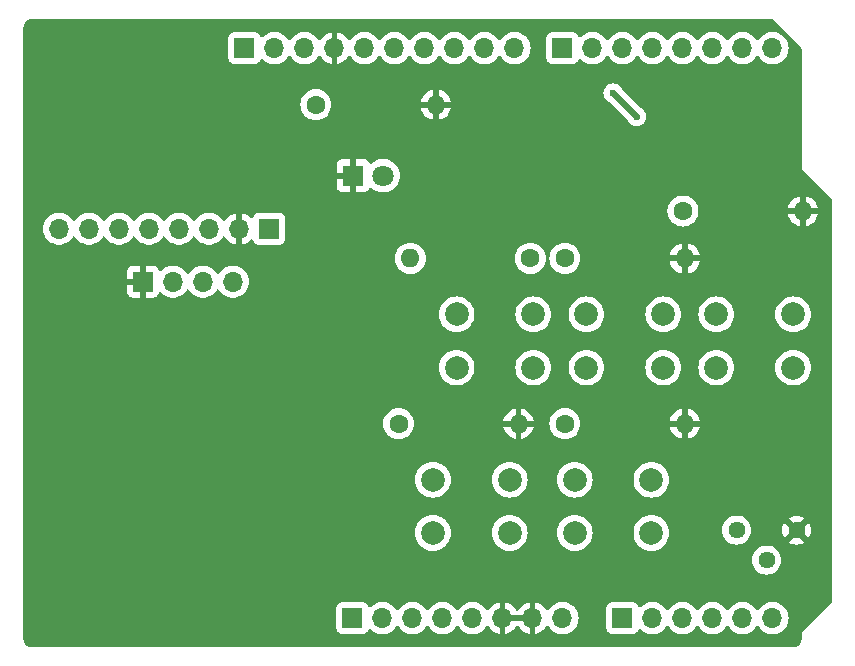
<source format=gbr>
%TF.GenerationSoftware,KiCad,Pcbnew,8.0.8*%
%TF.CreationDate,2025-01-31T10:38:04-07:00*%
%TF.ProjectId,BoardMicro,426f6172-644d-4696-9372-6f2e6b696361,rev?*%
%TF.SameCoordinates,Original*%
%TF.FileFunction,Copper,L2,Bot*%
%TF.FilePolarity,Positive*%
%FSLAX46Y46*%
G04 Gerber Fmt 4.6, Leading zero omitted, Abs format (unit mm)*
G04 Created by KiCad (PCBNEW 8.0.8) date 2025-01-31 10:38:04*
%MOMM*%
%LPD*%
G01*
G04 APERTURE LIST*
%TA.AperFunction,ComponentPad*%
%ADD10R,1.700000X1.700000*%
%TD*%
%TA.AperFunction,ComponentPad*%
%ADD11O,1.700000X1.700000*%
%TD*%
%TA.AperFunction,ComponentPad*%
%ADD12C,1.600000*%
%TD*%
%TA.AperFunction,ComponentPad*%
%ADD13O,1.600000X1.600000*%
%TD*%
%TA.AperFunction,ComponentPad*%
%ADD14C,2.000000*%
%TD*%
%TA.AperFunction,ComponentPad*%
%ADD15C,1.440000*%
%TD*%
%TA.AperFunction,ComponentPad*%
%ADD16R,1.800000X1.800000*%
%TD*%
%TA.AperFunction,ComponentPad*%
%ADD17C,1.800000*%
%TD*%
%TA.AperFunction,ViaPad*%
%ADD18C,0.600000*%
%TD*%
%TA.AperFunction,Conductor*%
%ADD19C,0.508000*%
%TD*%
G04 APERTURE END LIST*
D10*
%TO.P,J1,1,Pin_1*%
%TO.N,unconnected-(J1-Pin_1-Pad1)*%
X127940000Y-97460000D03*
D11*
%TO.P,J1,2,Pin_2*%
%TO.N,/IOREF*%
X130480000Y-97460000D03*
%TO.P,J1,3,Pin_3*%
%TO.N,/~{RESET}*%
X133020000Y-97460000D03*
%TO.P,J1,4,Pin_4*%
%TO.N,+3V3*%
X135560000Y-97460000D03*
%TO.P,J1,5,Pin_5*%
%TO.N,+5V*%
X138100000Y-97460000D03*
%TO.P,J1,6,Pin_6*%
%TO.N,GND*%
X140640000Y-97460000D03*
%TO.P,J1,7,Pin_7*%
X143180000Y-97460000D03*
%TO.P,J1,8,Pin_8*%
%TO.N,VCC*%
X145720000Y-97460000D03*
%TD*%
D10*
%TO.P,J3,1,Pin_1*%
%TO.N,/temp_sensor*%
X150800000Y-97460000D03*
D11*
%TO.P,J3,2,Pin_2*%
%TO.N,/A1*%
X153340000Y-97460000D03*
%TO.P,J3,3,Pin_3*%
%TO.N,/A2*%
X155880000Y-97460000D03*
%TO.P,J3,4,Pin_4*%
%TO.N,/A3*%
X158420000Y-97460000D03*
%TO.P,J3,5,Pin_5*%
%TO.N,/SDA{slash}A4*%
X160960000Y-97460000D03*
%TO.P,J3,6,Pin_6*%
%TO.N,/SCL{slash}A5*%
X163500000Y-97460000D03*
%TD*%
D10*
%TO.P,J2,1,Pin_1*%
%TO.N,/I2C_SCL*%
X118796000Y-49200000D03*
D11*
%TO.P,J2,2,Pin_2*%
%TO.N,/I2C_SDA*%
X121336000Y-49200000D03*
%TO.P,J2,3,Pin_3*%
%TO.N,/AREF*%
X123876000Y-49200000D03*
%TO.P,J2,4,Pin_4*%
%TO.N,GND*%
X126416000Y-49200000D03*
%TO.P,J2,5,Pin_5*%
%TO.N,/13*%
X128956000Y-49200000D03*
%TO.P,J2,6,Pin_6*%
%TO.N,/12*%
X131496000Y-49200000D03*
%TO.P,J2,7,Pin_7*%
%TO.N,/\u002A11*%
X134036000Y-49200000D03*
%TO.P,J2,8,Pin_8*%
%TO.N,/\u002A10*%
X136576000Y-49200000D03*
%TO.P,J2,9,Pin_9*%
%TO.N,/led_light*%
X139116000Y-49200000D03*
%TO.P,J2,10,Pin_10*%
%TO.N,/temp_digital*%
X141656000Y-49200000D03*
%TD*%
D10*
%TO.P,J4,1,Pin_1*%
%TO.N,/7*%
X145720000Y-49200000D03*
D11*
%TO.P,J4,2,Pin_2*%
%TO.N,/button_light*%
X148260000Y-49200000D03*
%TO.P,J4,3,Pin_3*%
%TO.N,/button_cal*%
X150800000Y-49200000D03*
%TO.P,J4,4,Pin_4*%
%TO.N,/button_units*%
X153340000Y-49200000D03*
%TO.P,J4,5,Pin_5*%
%TO.N,/button_lock*%
X155880000Y-49200000D03*
%TO.P,J4,6,Pin_6*%
%TO.N,/button_onoff*%
X158420000Y-49200000D03*
%TO.P,J4,7,Pin_7*%
%TO.N,/TX{slash}1*%
X160960000Y-49200000D03*
%TO.P,J4,8,Pin_8*%
%TO.N,/RX{slash}0*%
X163500000Y-49200000D03*
%TD*%
D12*
%TO.P,R2,1*%
%TO.N,/button_units*%
X155920000Y-63000000D03*
D13*
%TO.P,R2,2*%
%TO.N,GND*%
X166080000Y-63000000D03*
%TD*%
D12*
%TO.P,R1,1*%
%TO.N,/button_onoff*%
X124840000Y-54000000D03*
D13*
%TO.P,R1,2*%
%TO.N,GND*%
X135000000Y-54000000D03*
%TD*%
D10*
%TO.P,J5,1,Pin_1*%
%TO.N,+5V*%
X120875000Y-64500000D03*
D11*
%TO.P,J5,2,Pin_2*%
%TO.N,GND*%
X118335000Y-64500000D03*
%TO.P,J5,3,Pin_3*%
%TO.N,/I2C_SCL*%
X115795000Y-64500000D03*
%TO.P,J5,4,Pin_4*%
%TO.N,/I2C_SDA*%
X113255000Y-64500000D03*
%TO.P,J5,5,Pin_5*%
%TO.N,unconnected-(J5-Pin_5-Pad5)*%
X110715000Y-64500000D03*
%TO.P,J5,6,Pin_6*%
%TO.N,unconnected-(J5-Pin_6-Pad6)*%
X108175000Y-64500000D03*
%TO.P,J5,7,Pin_7*%
%TO.N,unconnected-(J5-Pin_7-Pad7)*%
X105635000Y-64500000D03*
%TO.P,J5,8,Pin_8*%
%TO.N,unconnected-(J5-Pin_8-Pad8)*%
X103095000Y-64500000D03*
%TD*%
D12*
%TO.P,R6,1*%
%TO.N,/led_light*%
X143000000Y-67000000D03*
D13*
%TO.P,R6,2*%
%TO.N,Net-(D1-A)*%
X132840000Y-67000000D03*
%TD*%
D14*
%TO.P,SW5,1,A*%
%TO.N,/button_cal*%
X136750000Y-71750000D03*
X143250000Y-71750000D03*
%TO.P,SW5,2,B*%
%TO.N,+5V*%
X136750000Y-76250000D03*
X143250000Y-76250000D03*
%TD*%
D12*
%TO.P,R5,1*%
%TO.N,/button_cal*%
X145920000Y-81000000D03*
D13*
%TO.P,R5,2*%
%TO.N,GND*%
X156080000Y-81000000D03*
%TD*%
D12*
%TO.P,R4,1*%
%TO.N,/button_light*%
X131840000Y-81000000D03*
D13*
%TO.P,R4,2*%
%TO.N,GND*%
X142000000Y-81000000D03*
%TD*%
D14*
%TO.P,SW2,1,A*%
%TO.N,/button_units*%
X147750000Y-71750000D03*
X154250000Y-71750000D03*
%TO.P,SW2,2,B*%
%TO.N,+5V*%
X147750000Y-76250000D03*
X154250000Y-76250000D03*
%TD*%
D10*
%TO.P,J6,1,Pin_1*%
%TO.N,GND*%
X110200000Y-68975000D03*
D11*
%TO.P,J6,2,Pin_2*%
%TO.N,+5V*%
X112740000Y-68975000D03*
%TO.P,J6,3,Pin_3*%
%TO.N,/I2C_SCL*%
X115280000Y-68975000D03*
%TO.P,J6,4,Pin_4*%
%TO.N,/I2C_SDA*%
X117820000Y-68975000D03*
%TD*%
D15*
%TO.P,RV1,1,1*%
%TO.N,+5V*%
X160460000Y-90015000D03*
%TO.P,RV1,2,2*%
%TO.N,/temp_sensor*%
X163000000Y-92555000D03*
%TO.P,RV1,3,3*%
%TO.N,GND*%
X165540000Y-90015000D03*
%TD*%
D12*
%TO.P,R3,1*%
%TO.N,/button_lock*%
X145920000Y-67000000D03*
D13*
%TO.P,R3,2*%
%TO.N,GND*%
X156080000Y-67000000D03*
%TD*%
D14*
%TO.P,SW3,1,A*%
%TO.N,/button_lock*%
X134750000Y-85750000D03*
X141250000Y-85750000D03*
%TO.P,SW3,2,B*%
%TO.N,+5V*%
X134750000Y-90250000D03*
X141250000Y-90250000D03*
%TD*%
D16*
%TO.P,D1,1,K*%
%TO.N,GND*%
X128000000Y-60000000D03*
D17*
%TO.P,D1,2,A*%
%TO.N,Net-(D1-A)*%
X130540000Y-60000000D03*
%TD*%
D14*
%TO.P,SW1,1,A*%
%TO.N,/button_onoff*%
X158750000Y-71750000D03*
X165250000Y-71750000D03*
%TO.P,SW1,2,B*%
%TO.N,+5V*%
X158750000Y-76250000D03*
X165250000Y-76250000D03*
%TD*%
%TO.P,SW4,1,A*%
%TO.N,/button_light*%
X146750000Y-85750000D03*
X153250000Y-85750000D03*
%TO.P,SW4,2,B*%
%TO.N,+5V*%
X146750000Y-90250000D03*
X153250000Y-90250000D03*
%TD*%
D18*
%TO.N,/button_units*%
X150000000Y-53000000D03*
X152000000Y-55000000D03*
%TD*%
D19*
%TO.N,/button_units*%
X152000000Y-55000000D02*
X150000000Y-53000000D01*
%TD*%
%TA.AperFunction,Conductor*%
%TO.N,GND*%
G36*
X142714075Y-97267007D02*
G01*
X142680000Y-97394174D01*
X142680000Y-97525826D01*
X142714075Y-97652993D01*
X142746988Y-97710000D01*
X141073012Y-97710000D01*
X141105925Y-97652993D01*
X141140000Y-97525826D01*
X141140000Y-97394174D01*
X141105925Y-97267007D01*
X141073012Y-97210000D01*
X142746988Y-97210000D01*
X142714075Y-97267007D01*
G37*
%TD.AperFunction*%
%TA.AperFunction,Conductor*%
G36*
X163484404Y-46755185D02*
G01*
X163505046Y-46771819D01*
X165928181Y-49194954D01*
X165961666Y-49256277D01*
X165964500Y-49282635D01*
X165964500Y-59344982D01*
X165964500Y-59375018D01*
X165975994Y-59402767D01*
X165975995Y-59402768D01*
X168468181Y-61894954D01*
X168501666Y-61956277D01*
X168504500Y-61982635D01*
X168504500Y-96107364D01*
X168484815Y-96174403D01*
X168468181Y-96195045D01*
X165997233Y-98665994D01*
X165975995Y-98687231D01*
X165964500Y-98714982D01*
X165964500Y-99231907D01*
X165963903Y-99244062D01*
X165952505Y-99359778D01*
X165947763Y-99383618D01*
X165917832Y-99482290D01*
X165915789Y-99489024D01*
X165906486Y-99511482D01*
X165854561Y-99608627D01*
X165841056Y-99628839D01*
X165771176Y-99713988D01*
X165753988Y-99731176D01*
X165668839Y-99801056D01*
X165648627Y-99814561D01*
X165551482Y-99866486D01*
X165529028Y-99875787D01*
X165487028Y-99888528D01*
X165423618Y-99907763D01*
X165399778Y-99912505D01*
X165291162Y-99923203D01*
X165284060Y-99923903D01*
X165271907Y-99924500D01*
X100768093Y-99924500D01*
X100755939Y-99923903D01*
X100747995Y-99923120D01*
X100640221Y-99912505D01*
X100616381Y-99907763D01*
X100599445Y-99902625D01*
X100510968Y-99875786D01*
X100488517Y-99866486D01*
X100391372Y-99814561D01*
X100371160Y-99801056D01*
X100286011Y-99731176D01*
X100268823Y-99713988D01*
X100198943Y-99628839D01*
X100185438Y-99608627D01*
X100133510Y-99511476D01*
X100124215Y-99489037D01*
X100092234Y-99383612D01*
X100087494Y-99359777D01*
X100076097Y-99244061D01*
X100075500Y-99231907D01*
X100075500Y-96561345D01*
X126581500Y-96561345D01*
X126581500Y-98358654D01*
X126588011Y-98419202D01*
X126588011Y-98419204D01*
X126639111Y-98556204D01*
X126726739Y-98673261D01*
X126843796Y-98760889D01*
X126980799Y-98811989D01*
X127008050Y-98814918D01*
X127041345Y-98818499D01*
X127041362Y-98818500D01*
X128838638Y-98818500D01*
X128838654Y-98818499D01*
X128865692Y-98815591D01*
X128899201Y-98811989D01*
X129036204Y-98760889D01*
X129153261Y-98673261D01*
X129240889Y-98556204D01*
X129286138Y-98434887D01*
X129328009Y-98378956D01*
X129393474Y-98354539D01*
X129461746Y-98369391D01*
X129493545Y-98394236D01*
X129556760Y-98462906D01*
X129734424Y-98601189D01*
X129734425Y-98601189D01*
X129734427Y-98601191D01*
X129861135Y-98669761D01*
X129932426Y-98708342D01*
X130145365Y-98781444D01*
X130367431Y-98818500D01*
X130592569Y-98818500D01*
X130814635Y-98781444D01*
X131027574Y-98708342D01*
X131225576Y-98601189D01*
X131403240Y-98462906D01*
X131524594Y-98331082D01*
X131555715Y-98297276D01*
X131555715Y-98297275D01*
X131555722Y-98297268D01*
X131646193Y-98158790D01*
X131699338Y-98113437D01*
X131768569Y-98104013D01*
X131831905Y-98133515D01*
X131853804Y-98158787D01*
X131944278Y-98297268D01*
X131944283Y-98297273D01*
X131944284Y-98297276D01*
X132070968Y-98434889D01*
X132096760Y-98462906D01*
X132274424Y-98601189D01*
X132274425Y-98601189D01*
X132274427Y-98601191D01*
X132401135Y-98669761D01*
X132472426Y-98708342D01*
X132685365Y-98781444D01*
X132907431Y-98818500D01*
X133132569Y-98818500D01*
X133354635Y-98781444D01*
X133567574Y-98708342D01*
X133765576Y-98601189D01*
X133943240Y-98462906D01*
X134064594Y-98331082D01*
X134095715Y-98297276D01*
X134095715Y-98297275D01*
X134095722Y-98297268D01*
X134186193Y-98158790D01*
X134239338Y-98113437D01*
X134308569Y-98104013D01*
X134371905Y-98133515D01*
X134393804Y-98158787D01*
X134484278Y-98297268D01*
X134484283Y-98297273D01*
X134484284Y-98297276D01*
X134610968Y-98434889D01*
X134636760Y-98462906D01*
X134814424Y-98601189D01*
X134814425Y-98601189D01*
X134814427Y-98601191D01*
X134941135Y-98669761D01*
X135012426Y-98708342D01*
X135225365Y-98781444D01*
X135447431Y-98818500D01*
X135672569Y-98818500D01*
X135894635Y-98781444D01*
X136107574Y-98708342D01*
X136305576Y-98601189D01*
X136483240Y-98462906D01*
X136604594Y-98331082D01*
X136635715Y-98297276D01*
X136635715Y-98297275D01*
X136635722Y-98297268D01*
X136726193Y-98158790D01*
X136779338Y-98113437D01*
X136848569Y-98104013D01*
X136911905Y-98133515D01*
X136933804Y-98158787D01*
X137024278Y-98297268D01*
X137024283Y-98297273D01*
X137024284Y-98297276D01*
X137150968Y-98434889D01*
X137176760Y-98462906D01*
X137354424Y-98601189D01*
X137354425Y-98601189D01*
X137354427Y-98601191D01*
X137481135Y-98669761D01*
X137552426Y-98708342D01*
X137765365Y-98781444D01*
X137987431Y-98818500D01*
X138212569Y-98818500D01*
X138434635Y-98781444D01*
X138647574Y-98708342D01*
X138845576Y-98601189D01*
X139023240Y-98462906D01*
X139144594Y-98331082D01*
X139175715Y-98297276D01*
X139175715Y-98297275D01*
X139175722Y-98297268D01*
X139269749Y-98153347D01*
X139322894Y-98107994D01*
X139392125Y-98098570D01*
X139455461Y-98128072D01*
X139475130Y-98150048D01*
X139601890Y-98331078D01*
X139768917Y-98498105D01*
X139962421Y-98633600D01*
X140176507Y-98733429D01*
X140176516Y-98733433D01*
X140390000Y-98790634D01*
X140390000Y-97893012D01*
X140447007Y-97925925D01*
X140574174Y-97960000D01*
X140705826Y-97960000D01*
X140832993Y-97925925D01*
X140890000Y-97893012D01*
X140890000Y-98790633D01*
X141103483Y-98733433D01*
X141103492Y-98733429D01*
X141317578Y-98633600D01*
X141511082Y-98498105D01*
X141678105Y-98331082D01*
X141808425Y-98144968D01*
X141863002Y-98101344D01*
X141932501Y-98094151D01*
X141994855Y-98125673D01*
X142011575Y-98144968D01*
X142141894Y-98331082D01*
X142308917Y-98498105D01*
X142502421Y-98633600D01*
X142716507Y-98733429D01*
X142716516Y-98733433D01*
X142930000Y-98790634D01*
X142930000Y-97893012D01*
X142987007Y-97925925D01*
X143114174Y-97960000D01*
X143245826Y-97960000D01*
X143372993Y-97925925D01*
X143430000Y-97893012D01*
X143430000Y-98790633D01*
X143643483Y-98733433D01*
X143643492Y-98733429D01*
X143857578Y-98633600D01*
X144051082Y-98498105D01*
X144218105Y-98331082D01*
X144344868Y-98150048D01*
X144399445Y-98106423D01*
X144468944Y-98099231D01*
X144531298Y-98130753D01*
X144550251Y-98153350D01*
X144644276Y-98297265D01*
X144644284Y-98297276D01*
X144770968Y-98434889D01*
X144796760Y-98462906D01*
X144974424Y-98601189D01*
X144974425Y-98601189D01*
X144974427Y-98601191D01*
X145101135Y-98669761D01*
X145172426Y-98708342D01*
X145385365Y-98781444D01*
X145607431Y-98818500D01*
X145832569Y-98818500D01*
X146054635Y-98781444D01*
X146267574Y-98708342D01*
X146465576Y-98601189D01*
X146643240Y-98462906D01*
X146764594Y-98331082D01*
X146795715Y-98297276D01*
X146795717Y-98297273D01*
X146795722Y-98297268D01*
X146918860Y-98108791D01*
X147009296Y-97902616D01*
X147064564Y-97684368D01*
X147067164Y-97652993D01*
X147083156Y-97460005D01*
X147083156Y-97459994D01*
X147064565Y-97235640D01*
X147064563Y-97235628D01*
X147009296Y-97017385D01*
X146999071Y-96994075D01*
X146918860Y-96811209D01*
X146902706Y-96786484D01*
X146795723Y-96622734D01*
X146795715Y-96622723D01*
X146739212Y-96561345D01*
X149441500Y-96561345D01*
X149441500Y-98358654D01*
X149448011Y-98419202D01*
X149448011Y-98419204D01*
X149499111Y-98556204D01*
X149586739Y-98673261D01*
X149703796Y-98760889D01*
X149840799Y-98811989D01*
X149868050Y-98814918D01*
X149901345Y-98818499D01*
X149901362Y-98818500D01*
X151698638Y-98818500D01*
X151698654Y-98818499D01*
X151725692Y-98815591D01*
X151759201Y-98811989D01*
X151896204Y-98760889D01*
X152013261Y-98673261D01*
X152100889Y-98556204D01*
X152146138Y-98434887D01*
X152188009Y-98378956D01*
X152253474Y-98354539D01*
X152321746Y-98369391D01*
X152353545Y-98394236D01*
X152416760Y-98462906D01*
X152594424Y-98601189D01*
X152594425Y-98601189D01*
X152594427Y-98601191D01*
X152721135Y-98669761D01*
X152792426Y-98708342D01*
X153005365Y-98781444D01*
X153227431Y-98818500D01*
X153452569Y-98818500D01*
X153674635Y-98781444D01*
X153887574Y-98708342D01*
X154085576Y-98601189D01*
X154263240Y-98462906D01*
X154384594Y-98331082D01*
X154415715Y-98297276D01*
X154415715Y-98297275D01*
X154415722Y-98297268D01*
X154506193Y-98158790D01*
X154559338Y-98113437D01*
X154628569Y-98104013D01*
X154691905Y-98133515D01*
X154713804Y-98158787D01*
X154804278Y-98297268D01*
X154804283Y-98297273D01*
X154804284Y-98297276D01*
X154930968Y-98434889D01*
X154956760Y-98462906D01*
X155134424Y-98601189D01*
X155134425Y-98601189D01*
X155134427Y-98601191D01*
X155261135Y-98669761D01*
X155332426Y-98708342D01*
X155545365Y-98781444D01*
X155767431Y-98818500D01*
X155992569Y-98818500D01*
X156214635Y-98781444D01*
X156427574Y-98708342D01*
X156625576Y-98601189D01*
X156803240Y-98462906D01*
X156924594Y-98331082D01*
X156955715Y-98297276D01*
X156955715Y-98297275D01*
X156955722Y-98297268D01*
X157046193Y-98158790D01*
X157099338Y-98113437D01*
X157168569Y-98104013D01*
X157231905Y-98133515D01*
X157253804Y-98158787D01*
X157344278Y-98297268D01*
X157344283Y-98297273D01*
X157344284Y-98297276D01*
X157470968Y-98434889D01*
X157496760Y-98462906D01*
X157674424Y-98601189D01*
X157674425Y-98601189D01*
X157674427Y-98601191D01*
X157801135Y-98669761D01*
X157872426Y-98708342D01*
X158085365Y-98781444D01*
X158307431Y-98818500D01*
X158532569Y-98818500D01*
X158754635Y-98781444D01*
X158967574Y-98708342D01*
X159165576Y-98601189D01*
X159343240Y-98462906D01*
X159464594Y-98331082D01*
X159495715Y-98297276D01*
X159495715Y-98297275D01*
X159495722Y-98297268D01*
X159586193Y-98158790D01*
X159639338Y-98113437D01*
X159708569Y-98104013D01*
X159771905Y-98133515D01*
X159793804Y-98158787D01*
X159884278Y-98297268D01*
X159884283Y-98297273D01*
X159884284Y-98297276D01*
X160010968Y-98434889D01*
X160036760Y-98462906D01*
X160214424Y-98601189D01*
X160214425Y-98601189D01*
X160214427Y-98601191D01*
X160341135Y-98669761D01*
X160412426Y-98708342D01*
X160625365Y-98781444D01*
X160847431Y-98818500D01*
X161072569Y-98818500D01*
X161294635Y-98781444D01*
X161507574Y-98708342D01*
X161705576Y-98601189D01*
X161883240Y-98462906D01*
X162004594Y-98331082D01*
X162035715Y-98297276D01*
X162035715Y-98297275D01*
X162035722Y-98297268D01*
X162126193Y-98158790D01*
X162179338Y-98113437D01*
X162248569Y-98104013D01*
X162311905Y-98133515D01*
X162333804Y-98158787D01*
X162424278Y-98297268D01*
X162424283Y-98297273D01*
X162424284Y-98297276D01*
X162550968Y-98434889D01*
X162576760Y-98462906D01*
X162754424Y-98601189D01*
X162754425Y-98601189D01*
X162754427Y-98601191D01*
X162881135Y-98669761D01*
X162952426Y-98708342D01*
X163165365Y-98781444D01*
X163387431Y-98818500D01*
X163612569Y-98818500D01*
X163834635Y-98781444D01*
X164047574Y-98708342D01*
X164245576Y-98601189D01*
X164423240Y-98462906D01*
X164544594Y-98331082D01*
X164575715Y-98297276D01*
X164575717Y-98297273D01*
X164575722Y-98297268D01*
X164698860Y-98108791D01*
X164789296Y-97902616D01*
X164844564Y-97684368D01*
X164847164Y-97652993D01*
X164863156Y-97460005D01*
X164863156Y-97459994D01*
X164844565Y-97235640D01*
X164844563Y-97235628D01*
X164789296Y-97017385D01*
X164779071Y-96994075D01*
X164698860Y-96811209D01*
X164682706Y-96786484D01*
X164575723Y-96622734D01*
X164575715Y-96622723D01*
X164423243Y-96457097D01*
X164423238Y-96457092D01*
X164245577Y-96318812D01*
X164245572Y-96318808D01*
X164047580Y-96211661D01*
X164047577Y-96211659D01*
X164047574Y-96211658D01*
X164047571Y-96211657D01*
X164047569Y-96211656D01*
X163834637Y-96138556D01*
X163612569Y-96101500D01*
X163387431Y-96101500D01*
X163165362Y-96138556D01*
X162952430Y-96211656D01*
X162952419Y-96211661D01*
X162754427Y-96318808D01*
X162754422Y-96318812D01*
X162576761Y-96457092D01*
X162576756Y-96457097D01*
X162424284Y-96622723D01*
X162424276Y-96622734D01*
X162333808Y-96761206D01*
X162280662Y-96806562D01*
X162211431Y-96815986D01*
X162148095Y-96786484D01*
X162126192Y-96761206D01*
X162035723Y-96622734D01*
X162035715Y-96622723D01*
X161883243Y-96457097D01*
X161883238Y-96457092D01*
X161705577Y-96318812D01*
X161705572Y-96318808D01*
X161507580Y-96211661D01*
X161507577Y-96211659D01*
X161507574Y-96211658D01*
X161507571Y-96211657D01*
X161507569Y-96211656D01*
X161294637Y-96138556D01*
X161072569Y-96101500D01*
X160847431Y-96101500D01*
X160625362Y-96138556D01*
X160412430Y-96211656D01*
X160412419Y-96211661D01*
X160214427Y-96318808D01*
X160214422Y-96318812D01*
X160036761Y-96457092D01*
X160036756Y-96457097D01*
X159884284Y-96622723D01*
X159884276Y-96622734D01*
X159793808Y-96761206D01*
X159740662Y-96806562D01*
X159671431Y-96815986D01*
X159608095Y-96786484D01*
X159586192Y-96761206D01*
X159495723Y-96622734D01*
X159495715Y-96622723D01*
X159343243Y-96457097D01*
X159343238Y-96457092D01*
X159165577Y-96318812D01*
X159165572Y-96318808D01*
X158967580Y-96211661D01*
X158967577Y-96211659D01*
X158967574Y-96211658D01*
X158967571Y-96211657D01*
X158967569Y-96211656D01*
X158754637Y-96138556D01*
X158532569Y-96101500D01*
X158307431Y-96101500D01*
X158085362Y-96138556D01*
X157872430Y-96211656D01*
X157872419Y-96211661D01*
X157674427Y-96318808D01*
X157674422Y-96318812D01*
X157496761Y-96457092D01*
X157496756Y-96457097D01*
X157344284Y-96622723D01*
X157344276Y-96622734D01*
X157253808Y-96761206D01*
X157200662Y-96806562D01*
X157131431Y-96815986D01*
X157068095Y-96786484D01*
X157046192Y-96761206D01*
X156955723Y-96622734D01*
X156955715Y-96622723D01*
X156803243Y-96457097D01*
X156803238Y-96457092D01*
X156625577Y-96318812D01*
X156625572Y-96318808D01*
X156427580Y-96211661D01*
X156427577Y-96211659D01*
X156427574Y-96211658D01*
X156427571Y-96211657D01*
X156427569Y-96211656D01*
X156214637Y-96138556D01*
X155992569Y-96101500D01*
X155767431Y-96101500D01*
X155545362Y-96138556D01*
X155332430Y-96211656D01*
X155332419Y-96211661D01*
X155134427Y-96318808D01*
X155134422Y-96318812D01*
X154956761Y-96457092D01*
X154956756Y-96457097D01*
X154804284Y-96622723D01*
X154804276Y-96622734D01*
X154713808Y-96761206D01*
X154660662Y-96806562D01*
X154591431Y-96815986D01*
X154528095Y-96786484D01*
X154506192Y-96761206D01*
X154415723Y-96622734D01*
X154415715Y-96622723D01*
X154263243Y-96457097D01*
X154263238Y-96457092D01*
X154085577Y-96318812D01*
X154085572Y-96318808D01*
X153887580Y-96211661D01*
X153887577Y-96211659D01*
X153887574Y-96211658D01*
X153887571Y-96211657D01*
X153887569Y-96211656D01*
X153674637Y-96138556D01*
X153452569Y-96101500D01*
X153227431Y-96101500D01*
X153005362Y-96138556D01*
X152792430Y-96211656D01*
X152792419Y-96211661D01*
X152594427Y-96318808D01*
X152594422Y-96318812D01*
X152416761Y-96457092D01*
X152353548Y-96525760D01*
X152293661Y-96561750D01*
X152223823Y-96559649D01*
X152166207Y-96520124D01*
X152146138Y-96485110D01*
X152100889Y-96363796D01*
X152067214Y-96318812D01*
X152013261Y-96246739D01*
X151896204Y-96159111D01*
X151895172Y-96158726D01*
X151759203Y-96108011D01*
X151698654Y-96101500D01*
X151698638Y-96101500D01*
X149901362Y-96101500D01*
X149901345Y-96101500D01*
X149840797Y-96108011D01*
X149840795Y-96108011D01*
X149703795Y-96159111D01*
X149586739Y-96246739D01*
X149499111Y-96363795D01*
X149448011Y-96500795D01*
X149448011Y-96500797D01*
X149441500Y-96561345D01*
X146739212Y-96561345D01*
X146643243Y-96457097D01*
X146643238Y-96457092D01*
X146465577Y-96318812D01*
X146465572Y-96318808D01*
X146267580Y-96211661D01*
X146267577Y-96211659D01*
X146267574Y-96211658D01*
X146267571Y-96211657D01*
X146267569Y-96211656D01*
X146054637Y-96138556D01*
X145832569Y-96101500D01*
X145607431Y-96101500D01*
X145385362Y-96138556D01*
X145172430Y-96211656D01*
X145172419Y-96211661D01*
X144974427Y-96318808D01*
X144974422Y-96318812D01*
X144796761Y-96457092D01*
X144796756Y-96457097D01*
X144644284Y-96622723D01*
X144644276Y-96622734D01*
X144550251Y-96766650D01*
X144497105Y-96812007D01*
X144427873Y-96821430D01*
X144364538Y-96791928D01*
X144344868Y-96769951D01*
X144218113Y-96588926D01*
X144218108Y-96588920D01*
X144051082Y-96421894D01*
X143857578Y-96286399D01*
X143643492Y-96186570D01*
X143643486Y-96186567D01*
X143430000Y-96129364D01*
X143430000Y-97026988D01*
X143372993Y-96994075D01*
X143245826Y-96960000D01*
X143114174Y-96960000D01*
X142987007Y-96994075D01*
X142930000Y-97026988D01*
X142930000Y-96129364D01*
X142929999Y-96129364D01*
X142716513Y-96186567D01*
X142716507Y-96186570D01*
X142502422Y-96286399D01*
X142502420Y-96286400D01*
X142308926Y-96421886D01*
X142308920Y-96421891D01*
X142141891Y-96588920D01*
X142141890Y-96588922D01*
X142011575Y-96775031D01*
X141956998Y-96818655D01*
X141887499Y-96825848D01*
X141825145Y-96794326D01*
X141808425Y-96775031D01*
X141678109Y-96588922D01*
X141678108Y-96588920D01*
X141511082Y-96421894D01*
X141317578Y-96286399D01*
X141103492Y-96186570D01*
X141103486Y-96186567D01*
X140890000Y-96129364D01*
X140890000Y-97026988D01*
X140832993Y-96994075D01*
X140705826Y-96960000D01*
X140574174Y-96960000D01*
X140447007Y-96994075D01*
X140390000Y-97026988D01*
X140390000Y-96129364D01*
X140389999Y-96129364D01*
X140176513Y-96186567D01*
X140176507Y-96186570D01*
X139962422Y-96286399D01*
X139962420Y-96286400D01*
X139768926Y-96421886D01*
X139768920Y-96421891D01*
X139601891Y-96588920D01*
X139601890Y-96588922D01*
X139475131Y-96769952D01*
X139420554Y-96813577D01*
X139351055Y-96820769D01*
X139288701Y-96789247D01*
X139269752Y-96766656D01*
X139175722Y-96622732D01*
X139175715Y-96622725D01*
X139175715Y-96622723D01*
X139023243Y-96457097D01*
X139023238Y-96457092D01*
X138845577Y-96318812D01*
X138845572Y-96318808D01*
X138647580Y-96211661D01*
X138647577Y-96211659D01*
X138647574Y-96211658D01*
X138647571Y-96211657D01*
X138647569Y-96211656D01*
X138434637Y-96138556D01*
X138212569Y-96101500D01*
X137987431Y-96101500D01*
X137765362Y-96138556D01*
X137552430Y-96211656D01*
X137552419Y-96211661D01*
X137354427Y-96318808D01*
X137354422Y-96318812D01*
X137176761Y-96457092D01*
X137176756Y-96457097D01*
X137024284Y-96622723D01*
X137024276Y-96622734D01*
X136933808Y-96761206D01*
X136880662Y-96806562D01*
X136811431Y-96815986D01*
X136748095Y-96786484D01*
X136726192Y-96761206D01*
X136635723Y-96622734D01*
X136635715Y-96622723D01*
X136483243Y-96457097D01*
X136483238Y-96457092D01*
X136305577Y-96318812D01*
X136305572Y-96318808D01*
X136107580Y-96211661D01*
X136107577Y-96211659D01*
X136107574Y-96211658D01*
X136107571Y-96211657D01*
X136107569Y-96211656D01*
X135894637Y-96138556D01*
X135672569Y-96101500D01*
X135447431Y-96101500D01*
X135225362Y-96138556D01*
X135012430Y-96211656D01*
X135012419Y-96211661D01*
X134814427Y-96318808D01*
X134814422Y-96318812D01*
X134636761Y-96457092D01*
X134636756Y-96457097D01*
X134484284Y-96622723D01*
X134484276Y-96622734D01*
X134393808Y-96761206D01*
X134340662Y-96806562D01*
X134271431Y-96815986D01*
X134208095Y-96786484D01*
X134186192Y-96761206D01*
X134095723Y-96622734D01*
X134095715Y-96622723D01*
X133943243Y-96457097D01*
X133943238Y-96457092D01*
X133765577Y-96318812D01*
X133765572Y-96318808D01*
X133567580Y-96211661D01*
X133567577Y-96211659D01*
X133567574Y-96211658D01*
X133567571Y-96211657D01*
X133567569Y-96211656D01*
X133354637Y-96138556D01*
X133132569Y-96101500D01*
X132907431Y-96101500D01*
X132685362Y-96138556D01*
X132472430Y-96211656D01*
X132472419Y-96211661D01*
X132274427Y-96318808D01*
X132274422Y-96318812D01*
X132096761Y-96457092D01*
X132096756Y-96457097D01*
X131944284Y-96622723D01*
X131944276Y-96622734D01*
X131853808Y-96761206D01*
X131800662Y-96806562D01*
X131731431Y-96815986D01*
X131668095Y-96786484D01*
X131646192Y-96761206D01*
X131555723Y-96622734D01*
X131555715Y-96622723D01*
X131403243Y-96457097D01*
X131403238Y-96457092D01*
X131225577Y-96318812D01*
X131225572Y-96318808D01*
X131027580Y-96211661D01*
X131027577Y-96211659D01*
X131027574Y-96211658D01*
X131027571Y-96211657D01*
X131027569Y-96211656D01*
X130814637Y-96138556D01*
X130592569Y-96101500D01*
X130367431Y-96101500D01*
X130145362Y-96138556D01*
X129932430Y-96211656D01*
X129932419Y-96211661D01*
X129734427Y-96318808D01*
X129734422Y-96318812D01*
X129556761Y-96457092D01*
X129493548Y-96525760D01*
X129433661Y-96561750D01*
X129363823Y-96559649D01*
X129306207Y-96520124D01*
X129286138Y-96485110D01*
X129240889Y-96363796D01*
X129207214Y-96318812D01*
X129153261Y-96246739D01*
X129036204Y-96159111D01*
X129035172Y-96158726D01*
X128899203Y-96108011D01*
X128838654Y-96101500D01*
X128838638Y-96101500D01*
X127041362Y-96101500D01*
X127041345Y-96101500D01*
X126980797Y-96108011D01*
X126980795Y-96108011D01*
X126843795Y-96159111D01*
X126726739Y-96246739D01*
X126639111Y-96363795D01*
X126588011Y-96500795D01*
X126588011Y-96500797D01*
X126581500Y-96561345D01*
X100075500Y-96561345D01*
X100075500Y-92554998D01*
X161766807Y-92554998D01*
X161766807Y-92555001D01*
X161785541Y-92769136D01*
X161785542Y-92769144D01*
X161841176Y-92976772D01*
X161841177Y-92976774D01*
X161841178Y-92976777D01*
X161932024Y-93171597D01*
X161932026Y-93171601D01*
X162055319Y-93347682D01*
X162207317Y-93499680D01*
X162383398Y-93622973D01*
X162383400Y-93622974D01*
X162383403Y-93622976D01*
X162578223Y-93713822D01*
X162785858Y-93769458D01*
X162938816Y-93782840D01*
X162999998Y-93788193D01*
X163000000Y-93788193D01*
X163000002Y-93788193D01*
X163053535Y-93783509D01*
X163214142Y-93769458D01*
X163421777Y-93713822D01*
X163616597Y-93622976D01*
X163792681Y-93499681D01*
X163944681Y-93347681D01*
X164067976Y-93171597D01*
X164158822Y-92976777D01*
X164214458Y-92769142D01*
X164233193Y-92555000D01*
X164214458Y-92340858D01*
X164158822Y-92133223D01*
X164067976Y-91938404D01*
X163944681Y-91762319D01*
X163944679Y-91762316D01*
X163792682Y-91610319D01*
X163616601Y-91487026D01*
X163616597Y-91487024D01*
X163589051Y-91474179D01*
X163421777Y-91396178D01*
X163421774Y-91396177D01*
X163421772Y-91396176D01*
X163214144Y-91340542D01*
X163214136Y-91340541D01*
X163000002Y-91321807D01*
X162999998Y-91321807D01*
X162785863Y-91340541D01*
X162785855Y-91340542D01*
X162578227Y-91396176D01*
X162578221Y-91396179D01*
X162383405Y-91487023D01*
X162383403Y-91487024D01*
X162207316Y-91610320D01*
X162055320Y-91762316D01*
X161932024Y-91938403D01*
X161932023Y-91938405D01*
X161841179Y-92133221D01*
X161841176Y-92133227D01*
X161785542Y-92340855D01*
X161785541Y-92340863D01*
X161766807Y-92554998D01*
X100075500Y-92554998D01*
X100075500Y-90250000D01*
X133236835Y-90250000D01*
X133255465Y-90486714D01*
X133310895Y-90717595D01*
X133310895Y-90717597D01*
X133401757Y-90936959D01*
X133401759Y-90936962D01*
X133525820Y-91139410D01*
X133525821Y-91139413D01*
X133555210Y-91173823D01*
X133680031Y-91319969D01*
X133819797Y-91439340D01*
X133860586Y-91474178D01*
X133860589Y-91474179D01*
X134063037Y-91598240D01*
X134063040Y-91598242D01*
X134282403Y-91689104D01*
X134282404Y-91689104D01*
X134282406Y-91689105D01*
X134513289Y-91744535D01*
X134750000Y-91763165D01*
X134986711Y-91744535D01*
X135217594Y-91689105D01*
X135217596Y-91689104D01*
X135217597Y-91689104D01*
X135436959Y-91598242D01*
X135436960Y-91598241D01*
X135436963Y-91598240D01*
X135639416Y-91474176D01*
X135819969Y-91319969D01*
X135974176Y-91139416D01*
X136098240Y-90936963D01*
X136189105Y-90717594D01*
X136244535Y-90486711D01*
X136263165Y-90250000D01*
X139736835Y-90250000D01*
X139755465Y-90486714D01*
X139810895Y-90717595D01*
X139810895Y-90717597D01*
X139901757Y-90936959D01*
X139901759Y-90936962D01*
X140025820Y-91139410D01*
X140025821Y-91139413D01*
X140055210Y-91173823D01*
X140180031Y-91319969D01*
X140319797Y-91439340D01*
X140360586Y-91474178D01*
X140360589Y-91474179D01*
X140563037Y-91598240D01*
X140563040Y-91598242D01*
X140782403Y-91689104D01*
X140782404Y-91689104D01*
X140782406Y-91689105D01*
X141013289Y-91744535D01*
X141250000Y-91763165D01*
X141486711Y-91744535D01*
X141717594Y-91689105D01*
X141717596Y-91689104D01*
X141717597Y-91689104D01*
X141936959Y-91598242D01*
X141936960Y-91598241D01*
X141936963Y-91598240D01*
X142139416Y-91474176D01*
X142319969Y-91319969D01*
X142474176Y-91139416D01*
X142598240Y-90936963D01*
X142689105Y-90717594D01*
X142744535Y-90486711D01*
X142763165Y-90250000D01*
X145236835Y-90250000D01*
X145255465Y-90486714D01*
X145310895Y-90717595D01*
X145310895Y-90717597D01*
X145401757Y-90936959D01*
X145401759Y-90936962D01*
X145525820Y-91139410D01*
X145525821Y-91139413D01*
X145555210Y-91173823D01*
X145680031Y-91319969D01*
X145819797Y-91439340D01*
X145860586Y-91474178D01*
X145860589Y-91474179D01*
X146063037Y-91598240D01*
X146063040Y-91598242D01*
X146282403Y-91689104D01*
X146282404Y-91689104D01*
X146282406Y-91689105D01*
X146513289Y-91744535D01*
X146750000Y-91763165D01*
X146986711Y-91744535D01*
X147217594Y-91689105D01*
X147217596Y-91689104D01*
X147217597Y-91689104D01*
X147436959Y-91598242D01*
X147436960Y-91598241D01*
X147436963Y-91598240D01*
X147639416Y-91474176D01*
X147819969Y-91319969D01*
X147974176Y-91139416D01*
X148098240Y-90936963D01*
X148189105Y-90717594D01*
X148244535Y-90486711D01*
X148263165Y-90250000D01*
X151736835Y-90250000D01*
X151755465Y-90486714D01*
X151810895Y-90717595D01*
X151810895Y-90717597D01*
X151901757Y-90936959D01*
X151901759Y-90936962D01*
X152025820Y-91139410D01*
X152025821Y-91139413D01*
X152055210Y-91173823D01*
X152180031Y-91319969D01*
X152319797Y-91439340D01*
X152360586Y-91474178D01*
X152360589Y-91474179D01*
X152563037Y-91598240D01*
X152563040Y-91598242D01*
X152782403Y-91689104D01*
X152782404Y-91689104D01*
X152782406Y-91689105D01*
X153013289Y-91744535D01*
X153250000Y-91763165D01*
X153486711Y-91744535D01*
X153717594Y-91689105D01*
X153717596Y-91689104D01*
X153717597Y-91689104D01*
X153936959Y-91598242D01*
X153936960Y-91598241D01*
X153936963Y-91598240D01*
X154139416Y-91474176D01*
X154319969Y-91319969D01*
X154474176Y-91139416D01*
X154598240Y-90936963D01*
X154689105Y-90717594D01*
X154744535Y-90486711D01*
X154763165Y-90250000D01*
X154744670Y-90014998D01*
X159226807Y-90014998D01*
X159226807Y-90015001D01*
X159245541Y-90229136D01*
X159245542Y-90229144D01*
X159301176Y-90436772D01*
X159301177Y-90436774D01*
X159301178Y-90436777D01*
X159324463Y-90486711D01*
X159392024Y-90631597D01*
X159392026Y-90631601D01*
X159515319Y-90807682D01*
X159667317Y-90959680D01*
X159843398Y-91082973D01*
X159843400Y-91082974D01*
X159843403Y-91082976D01*
X160038223Y-91173822D01*
X160245858Y-91229458D01*
X160398816Y-91242840D01*
X160459998Y-91248193D01*
X160460000Y-91248193D01*
X160460002Y-91248193D01*
X160513535Y-91243509D01*
X160674142Y-91229458D01*
X160881777Y-91173822D01*
X161076597Y-91082976D01*
X161252681Y-90959681D01*
X161404681Y-90807681D01*
X161527976Y-90631597D01*
X161618822Y-90436777D01*
X161674458Y-90229142D01*
X161693193Y-90015000D01*
X161693193Y-90014997D01*
X164315340Y-90014997D01*
X164315340Y-90015002D01*
X164333944Y-90227654D01*
X164333945Y-90227662D01*
X164389194Y-90433853D01*
X164389197Y-90433859D01*
X164479413Y-90627329D01*
X164518415Y-90683030D01*
X165140000Y-90061445D01*
X165140000Y-90067661D01*
X165167259Y-90169394D01*
X165219920Y-90260606D01*
X165294394Y-90335080D01*
X165385606Y-90387741D01*
X165487339Y-90415000D01*
X165493554Y-90415000D01*
X164871968Y-91036584D01*
X164927663Y-91075582D01*
X164927669Y-91075586D01*
X165121140Y-91165802D01*
X165121146Y-91165805D01*
X165327337Y-91221054D01*
X165327345Y-91221055D01*
X165539998Y-91239660D01*
X165540002Y-91239660D01*
X165752654Y-91221055D01*
X165752662Y-91221054D01*
X165958853Y-91165805D01*
X165958864Y-91165801D01*
X166152325Y-91075589D01*
X166208030Y-91036583D01*
X165586447Y-90415000D01*
X165592661Y-90415000D01*
X165694394Y-90387741D01*
X165785606Y-90335080D01*
X165860080Y-90260606D01*
X165912741Y-90169394D01*
X165940000Y-90067661D01*
X165940000Y-90061446D01*
X166561583Y-90683029D01*
X166600589Y-90627325D01*
X166690801Y-90433864D01*
X166690805Y-90433853D01*
X166746054Y-90227662D01*
X166746055Y-90227654D01*
X166764660Y-90015002D01*
X166764660Y-90014997D01*
X166746055Y-89802345D01*
X166746054Y-89802337D01*
X166690805Y-89596146D01*
X166690802Y-89596140D01*
X166600586Y-89402669D01*
X166600582Y-89402663D01*
X166561584Y-89346968D01*
X165940000Y-89968552D01*
X165940000Y-89962339D01*
X165912741Y-89860606D01*
X165860080Y-89769394D01*
X165785606Y-89694920D01*
X165694394Y-89642259D01*
X165592661Y-89615000D01*
X165586447Y-89615000D01*
X166208030Y-88993415D01*
X166152329Y-88954413D01*
X165958859Y-88864197D01*
X165958853Y-88864194D01*
X165752662Y-88808945D01*
X165752654Y-88808944D01*
X165540002Y-88790340D01*
X165539998Y-88790340D01*
X165327345Y-88808944D01*
X165327337Y-88808945D01*
X165121146Y-88864194D01*
X165121140Y-88864197D01*
X164927671Y-88954412D01*
X164927669Y-88954413D01*
X164871969Y-88993415D01*
X164871968Y-88993415D01*
X165493554Y-89615000D01*
X165487339Y-89615000D01*
X165385606Y-89642259D01*
X165294394Y-89694920D01*
X165219920Y-89769394D01*
X165167259Y-89860606D01*
X165140000Y-89962339D01*
X165140000Y-89968553D01*
X164518415Y-89346968D01*
X164518415Y-89346969D01*
X164479413Y-89402669D01*
X164479412Y-89402671D01*
X164389197Y-89596140D01*
X164389194Y-89596146D01*
X164333945Y-89802337D01*
X164333944Y-89802345D01*
X164315340Y-90014997D01*
X161693193Y-90014997D01*
X161674458Y-89800858D01*
X161618822Y-89593223D01*
X161527976Y-89398404D01*
X161404681Y-89222319D01*
X161404679Y-89222316D01*
X161252682Y-89070319D01*
X161076601Y-88947026D01*
X161076597Y-88947024D01*
X161076595Y-88947023D01*
X160881777Y-88856178D01*
X160881774Y-88856177D01*
X160881772Y-88856176D01*
X160674144Y-88800542D01*
X160674136Y-88800541D01*
X160460002Y-88781807D01*
X160459998Y-88781807D01*
X160245863Y-88800541D01*
X160245855Y-88800542D01*
X160038227Y-88856176D01*
X160038221Y-88856179D01*
X159843405Y-88947023D01*
X159843403Y-88947024D01*
X159667316Y-89070320D01*
X159515320Y-89222316D01*
X159392024Y-89398403D01*
X159392023Y-89398405D01*
X159301179Y-89593221D01*
X159301176Y-89593227D01*
X159245542Y-89800855D01*
X159245541Y-89800863D01*
X159226807Y-90014998D01*
X154744670Y-90014998D01*
X154744535Y-90013289D01*
X154689105Y-89782406D01*
X154689104Y-89782403D01*
X154689104Y-89782402D01*
X154598242Y-89563040D01*
X154598240Y-89563037D01*
X154474179Y-89360589D01*
X154474178Y-89360586D01*
X154356086Y-89222319D01*
X154319969Y-89180031D01*
X154191513Y-89070319D01*
X154139413Y-89025821D01*
X154139410Y-89025820D01*
X153936962Y-88901759D01*
X153936959Y-88901757D01*
X153717596Y-88810895D01*
X153486714Y-88755465D01*
X153250000Y-88736835D01*
X153013285Y-88755465D01*
X152782404Y-88810895D01*
X152782402Y-88810895D01*
X152563040Y-88901757D01*
X152563037Y-88901759D01*
X152360589Y-89025820D01*
X152360586Y-89025821D01*
X152180031Y-89180031D01*
X152025821Y-89360586D01*
X152025820Y-89360589D01*
X151901759Y-89563037D01*
X151901757Y-89563040D01*
X151810895Y-89782402D01*
X151810895Y-89782404D01*
X151755465Y-90013285D01*
X151736835Y-90250000D01*
X148263165Y-90250000D01*
X148244535Y-90013289D01*
X148189105Y-89782406D01*
X148189104Y-89782403D01*
X148189104Y-89782402D01*
X148098242Y-89563040D01*
X148098240Y-89563037D01*
X147974179Y-89360589D01*
X147974178Y-89360586D01*
X147856086Y-89222319D01*
X147819969Y-89180031D01*
X147691513Y-89070319D01*
X147639413Y-89025821D01*
X147639410Y-89025820D01*
X147436962Y-88901759D01*
X147436959Y-88901757D01*
X147217596Y-88810895D01*
X146986714Y-88755465D01*
X146750000Y-88736835D01*
X146513285Y-88755465D01*
X146282404Y-88810895D01*
X146282402Y-88810895D01*
X146063040Y-88901757D01*
X146063037Y-88901759D01*
X145860589Y-89025820D01*
X145860586Y-89025821D01*
X145680031Y-89180031D01*
X145525821Y-89360586D01*
X145525820Y-89360589D01*
X145401759Y-89563037D01*
X145401757Y-89563040D01*
X145310895Y-89782402D01*
X145310895Y-89782404D01*
X145255465Y-90013285D01*
X145236835Y-90250000D01*
X142763165Y-90250000D01*
X142744535Y-90013289D01*
X142689105Y-89782406D01*
X142689104Y-89782403D01*
X142689104Y-89782402D01*
X142598242Y-89563040D01*
X142598240Y-89563037D01*
X142474179Y-89360589D01*
X142474178Y-89360586D01*
X142356086Y-89222319D01*
X142319969Y-89180031D01*
X142191513Y-89070319D01*
X142139413Y-89025821D01*
X142139410Y-89025820D01*
X141936962Y-88901759D01*
X141936959Y-88901757D01*
X141717596Y-88810895D01*
X141486714Y-88755465D01*
X141250000Y-88736835D01*
X141013285Y-88755465D01*
X140782404Y-88810895D01*
X140782402Y-88810895D01*
X140563040Y-88901757D01*
X140563037Y-88901759D01*
X140360589Y-89025820D01*
X140360586Y-89025821D01*
X140180031Y-89180031D01*
X140025821Y-89360586D01*
X140025820Y-89360589D01*
X139901759Y-89563037D01*
X139901757Y-89563040D01*
X139810895Y-89782402D01*
X139810895Y-89782404D01*
X139755465Y-90013285D01*
X139736835Y-90250000D01*
X136263165Y-90250000D01*
X136244535Y-90013289D01*
X136189105Y-89782406D01*
X136189104Y-89782403D01*
X136189104Y-89782402D01*
X136098242Y-89563040D01*
X136098240Y-89563037D01*
X135974179Y-89360589D01*
X135974178Y-89360586D01*
X135856086Y-89222319D01*
X135819969Y-89180031D01*
X135691513Y-89070319D01*
X135639413Y-89025821D01*
X135639410Y-89025820D01*
X135436962Y-88901759D01*
X135436959Y-88901757D01*
X135217596Y-88810895D01*
X134986714Y-88755465D01*
X134750000Y-88736835D01*
X134513285Y-88755465D01*
X134282404Y-88810895D01*
X134282402Y-88810895D01*
X134063040Y-88901757D01*
X134063037Y-88901759D01*
X133860589Y-89025820D01*
X133860586Y-89025821D01*
X133680031Y-89180031D01*
X133525821Y-89360586D01*
X133525820Y-89360589D01*
X133401759Y-89563037D01*
X133401757Y-89563040D01*
X133310895Y-89782402D01*
X133310895Y-89782404D01*
X133255465Y-90013285D01*
X133236835Y-90250000D01*
X100075500Y-90250000D01*
X100075500Y-85750000D01*
X133236835Y-85750000D01*
X133255465Y-85986714D01*
X133310895Y-86217595D01*
X133310895Y-86217597D01*
X133401757Y-86436959D01*
X133401759Y-86436962D01*
X133525820Y-86639410D01*
X133525821Y-86639413D01*
X133525824Y-86639416D01*
X133680031Y-86819969D01*
X133819797Y-86939340D01*
X133860586Y-86974178D01*
X133860589Y-86974179D01*
X134063037Y-87098240D01*
X134063040Y-87098242D01*
X134282403Y-87189104D01*
X134282404Y-87189104D01*
X134282406Y-87189105D01*
X134513289Y-87244535D01*
X134750000Y-87263165D01*
X134986711Y-87244535D01*
X135217594Y-87189105D01*
X135217596Y-87189104D01*
X135217597Y-87189104D01*
X135436959Y-87098242D01*
X135436960Y-87098241D01*
X135436963Y-87098240D01*
X135639416Y-86974176D01*
X135819969Y-86819969D01*
X135974176Y-86639416D01*
X136098240Y-86436963D01*
X136189105Y-86217594D01*
X136244535Y-85986711D01*
X136263165Y-85750000D01*
X139736835Y-85750000D01*
X139755465Y-85986714D01*
X139810895Y-86217595D01*
X139810895Y-86217597D01*
X139901757Y-86436959D01*
X139901759Y-86436962D01*
X140025820Y-86639410D01*
X140025821Y-86639413D01*
X140025824Y-86639416D01*
X140180031Y-86819969D01*
X140319797Y-86939340D01*
X140360586Y-86974178D01*
X140360589Y-86974179D01*
X140563037Y-87098240D01*
X140563040Y-87098242D01*
X140782403Y-87189104D01*
X140782404Y-87189104D01*
X140782406Y-87189105D01*
X141013289Y-87244535D01*
X141250000Y-87263165D01*
X141486711Y-87244535D01*
X141717594Y-87189105D01*
X141717596Y-87189104D01*
X141717597Y-87189104D01*
X141936959Y-87098242D01*
X141936960Y-87098241D01*
X141936963Y-87098240D01*
X142139416Y-86974176D01*
X142319969Y-86819969D01*
X142474176Y-86639416D01*
X142598240Y-86436963D01*
X142689105Y-86217594D01*
X142744535Y-85986711D01*
X142763165Y-85750000D01*
X145236835Y-85750000D01*
X145255465Y-85986714D01*
X145310895Y-86217595D01*
X145310895Y-86217597D01*
X145401757Y-86436959D01*
X145401759Y-86436962D01*
X145525820Y-86639410D01*
X145525821Y-86639413D01*
X145525824Y-86639416D01*
X145680031Y-86819969D01*
X145819797Y-86939340D01*
X145860586Y-86974178D01*
X145860589Y-86974179D01*
X146063037Y-87098240D01*
X146063040Y-87098242D01*
X146282403Y-87189104D01*
X146282404Y-87189104D01*
X146282406Y-87189105D01*
X146513289Y-87244535D01*
X146750000Y-87263165D01*
X146986711Y-87244535D01*
X147217594Y-87189105D01*
X147217596Y-87189104D01*
X147217597Y-87189104D01*
X147436959Y-87098242D01*
X147436960Y-87098241D01*
X147436963Y-87098240D01*
X147639416Y-86974176D01*
X147819969Y-86819969D01*
X147974176Y-86639416D01*
X148098240Y-86436963D01*
X148189105Y-86217594D01*
X148244535Y-85986711D01*
X148263165Y-85750000D01*
X151736835Y-85750000D01*
X151755465Y-85986714D01*
X151810895Y-86217595D01*
X151810895Y-86217597D01*
X151901757Y-86436959D01*
X151901759Y-86436962D01*
X152025820Y-86639410D01*
X152025821Y-86639413D01*
X152025824Y-86639416D01*
X152180031Y-86819969D01*
X152319797Y-86939340D01*
X152360586Y-86974178D01*
X152360589Y-86974179D01*
X152563037Y-87098240D01*
X152563040Y-87098242D01*
X152782403Y-87189104D01*
X152782404Y-87189104D01*
X152782406Y-87189105D01*
X153013289Y-87244535D01*
X153250000Y-87263165D01*
X153486711Y-87244535D01*
X153717594Y-87189105D01*
X153717596Y-87189104D01*
X153717597Y-87189104D01*
X153936959Y-87098242D01*
X153936960Y-87098241D01*
X153936963Y-87098240D01*
X154139416Y-86974176D01*
X154319969Y-86819969D01*
X154474176Y-86639416D01*
X154598240Y-86436963D01*
X154689105Y-86217594D01*
X154744535Y-85986711D01*
X154763165Y-85750000D01*
X154744535Y-85513289D01*
X154689105Y-85282406D01*
X154689104Y-85282403D01*
X154689104Y-85282402D01*
X154598242Y-85063040D01*
X154598240Y-85063037D01*
X154474179Y-84860589D01*
X154474178Y-84860586D01*
X154439340Y-84819797D01*
X154319969Y-84680031D01*
X154200596Y-84578076D01*
X154139413Y-84525821D01*
X154139410Y-84525820D01*
X153936962Y-84401759D01*
X153936959Y-84401757D01*
X153717596Y-84310895D01*
X153486714Y-84255465D01*
X153250000Y-84236835D01*
X153013285Y-84255465D01*
X152782404Y-84310895D01*
X152782402Y-84310895D01*
X152563040Y-84401757D01*
X152563037Y-84401759D01*
X152360589Y-84525820D01*
X152360586Y-84525821D01*
X152180031Y-84680031D01*
X152025821Y-84860586D01*
X152025820Y-84860589D01*
X151901759Y-85063037D01*
X151901757Y-85063040D01*
X151810895Y-85282402D01*
X151810895Y-85282404D01*
X151755465Y-85513285D01*
X151736835Y-85750000D01*
X148263165Y-85750000D01*
X148244535Y-85513289D01*
X148189105Y-85282406D01*
X148189104Y-85282403D01*
X148189104Y-85282402D01*
X148098242Y-85063040D01*
X148098240Y-85063037D01*
X147974179Y-84860589D01*
X147974178Y-84860586D01*
X147939340Y-84819797D01*
X147819969Y-84680031D01*
X147700596Y-84578076D01*
X147639413Y-84525821D01*
X147639410Y-84525820D01*
X147436962Y-84401759D01*
X147436959Y-84401757D01*
X147217596Y-84310895D01*
X146986714Y-84255465D01*
X146750000Y-84236835D01*
X146513285Y-84255465D01*
X146282404Y-84310895D01*
X146282402Y-84310895D01*
X146063040Y-84401757D01*
X146063037Y-84401759D01*
X145860589Y-84525820D01*
X145860586Y-84525821D01*
X145680031Y-84680031D01*
X145525821Y-84860586D01*
X145525820Y-84860589D01*
X145401759Y-85063037D01*
X145401757Y-85063040D01*
X145310895Y-85282402D01*
X145310895Y-85282404D01*
X145255465Y-85513285D01*
X145236835Y-85750000D01*
X142763165Y-85750000D01*
X142744535Y-85513289D01*
X142689105Y-85282406D01*
X142689104Y-85282403D01*
X142689104Y-85282402D01*
X142598242Y-85063040D01*
X142598240Y-85063037D01*
X142474179Y-84860589D01*
X142474178Y-84860586D01*
X142439340Y-84819797D01*
X142319969Y-84680031D01*
X142200596Y-84578076D01*
X142139413Y-84525821D01*
X142139410Y-84525820D01*
X141936962Y-84401759D01*
X141936959Y-84401757D01*
X141717596Y-84310895D01*
X141486714Y-84255465D01*
X141250000Y-84236835D01*
X141013285Y-84255465D01*
X140782404Y-84310895D01*
X140782402Y-84310895D01*
X140563040Y-84401757D01*
X140563037Y-84401759D01*
X140360589Y-84525820D01*
X140360586Y-84525821D01*
X140180031Y-84680031D01*
X140025821Y-84860586D01*
X140025820Y-84860589D01*
X139901759Y-85063037D01*
X139901757Y-85063040D01*
X139810895Y-85282402D01*
X139810895Y-85282404D01*
X139755465Y-85513285D01*
X139736835Y-85750000D01*
X136263165Y-85750000D01*
X136244535Y-85513289D01*
X136189105Y-85282406D01*
X136189104Y-85282403D01*
X136189104Y-85282402D01*
X136098242Y-85063040D01*
X136098240Y-85063037D01*
X135974179Y-84860589D01*
X135974178Y-84860586D01*
X135939340Y-84819797D01*
X135819969Y-84680031D01*
X135700596Y-84578076D01*
X135639413Y-84525821D01*
X135639410Y-84525820D01*
X135436962Y-84401759D01*
X135436959Y-84401757D01*
X135217596Y-84310895D01*
X134986714Y-84255465D01*
X134750000Y-84236835D01*
X134513285Y-84255465D01*
X134282404Y-84310895D01*
X134282402Y-84310895D01*
X134063040Y-84401757D01*
X134063037Y-84401759D01*
X133860589Y-84525820D01*
X133860586Y-84525821D01*
X133680031Y-84680031D01*
X133525821Y-84860586D01*
X133525820Y-84860589D01*
X133401759Y-85063037D01*
X133401757Y-85063040D01*
X133310895Y-85282402D01*
X133310895Y-85282404D01*
X133255465Y-85513285D01*
X133236835Y-85750000D01*
X100075500Y-85750000D01*
X100075500Y-80999998D01*
X130526502Y-80999998D01*
X130526502Y-81000001D01*
X130546456Y-81228081D01*
X130546457Y-81228089D01*
X130605714Y-81449238D01*
X130605718Y-81449249D01*
X130700487Y-81652482D01*
X130702477Y-81656749D01*
X130833802Y-81844300D01*
X130995700Y-82006198D01*
X131183251Y-82137523D01*
X131308091Y-82195736D01*
X131390750Y-82234281D01*
X131390752Y-82234281D01*
X131390757Y-82234284D01*
X131611913Y-82293543D01*
X131774832Y-82307796D01*
X131839998Y-82313498D01*
X131840000Y-82313498D01*
X131840002Y-82313498D01*
X131897021Y-82308509D01*
X132068087Y-82293543D01*
X132289243Y-82234284D01*
X132496749Y-82137523D01*
X132684300Y-82006198D01*
X132846198Y-81844300D01*
X132977523Y-81656749D01*
X133074284Y-81449243D01*
X133133543Y-81228087D01*
X133153498Y-81000000D01*
X133133543Y-80771913D01*
X133127671Y-80749999D01*
X140721127Y-80749999D01*
X140721128Y-80750000D01*
X141684314Y-80750000D01*
X141679920Y-80754394D01*
X141627259Y-80845606D01*
X141600000Y-80947339D01*
X141600000Y-81052661D01*
X141627259Y-81154394D01*
X141679920Y-81245606D01*
X141684314Y-81250000D01*
X140721128Y-81250000D01*
X140773730Y-81446317D01*
X140773734Y-81446326D01*
X140869865Y-81652482D01*
X141000342Y-81838820D01*
X141161179Y-81999657D01*
X141347517Y-82130134D01*
X141553673Y-82226265D01*
X141553682Y-82226269D01*
X141749999Y-82278872D01*
X141750000Y-82278871D01*
X141750000Y-81315686D01*
X141754394Y-81320080D01*
X141845606Y-81372741D01*
X141947339Y-81400000D01*
X142052661Y-81400000D01*
X142154394Y-81372741D01*
X142245606Y-81320080D01*
X142250000Y-81315686D01*
X142250000Y-82278872D01*
X142446317Y-82226269D01*
X142446326Y-82226265D01*
X142652482Y-82130134D01*
X142838820Y-81999657D01*
X142999657Y-81838820D01*
X143130134Y-81652482D01*
X143226265Y-81446326D01*
X143226269Y-81446317D01*
X143278872Y-81250000D01*
X142315686Y-81250000D01*
X142320080Y-81245606D01*
X142372741Y-81154394D01*
X142400000Y-81052661D01*
X142400000Y-80999998D01*
X144606502Y-80999998D01*
X144606502Y-81000001D01*
X144626456Y-81228081D01*
X144626457Y-81228089D01*
X144685714Y-81449238D01*
X144685718Y-81449249D01*
X144780487Y-81652482D01*
X144782477Y-81656749D01*
X144913802Y-81844300D01*
X145075700Y-82006198D01*
X145263251Y-82137523D01*
X145388091Y-82195736D01*
X145470750Y-82234281D01*
X145470752Y-82234281D01*
X145470757Y-82234284D01*
X145691913Y-82293543D01*
X145854832Y-82307796D01*
X145919998Y-82313498D01*
X145920000Y-82313498D01*
X145920002Y-82313498D01*
X145977021Y-82308509D01*
X146148087Y-82293543D01*
X146369243Y-82234284D01*
X146576749Y-82137523D01*
X146764300Y-82006198D01*
X146926198Y-81844300D01*
X147057523Y-81656749D01*
X147154284Y-81449243D01*
X147213543Y-81228087D01*
X147233498Y-81000000D01*
X147213543Y-80771913D01*
X147207671Y-80749999D01*
X154801127Y-80749999D01*
X154801128Y-80750000D01*
X155764314Y-80750000D01*
X155759920Y-80754394D01*
X155707259Y-80845606D01*
X155680000Y-80947339D01*
X155680000Y-81052661D01*
X155707259Y-81154394D01*
X155759920Y-81245606D01*
X155764314Y-81250000D01*
X154801128Y-81250000D01*
X154853730Y-81446317D01*
X154853734Y-81446326D01*
X154949865Y-81652482D01*
X155080342Y-81838820D01*
X155241179Y-81999657D01*
X155427517Y-82130134D01*
X155633673Y-82226265D01*
X155633682Y-82226269D01*
X155829999Y-82278872D01*
X155830000Y-82278871D01*
X155830000Y-81315686D01*
X155834394Y-81320080D01*
X155925606Y-81372741D01*
X156027339Y-81400000D01*
X156132661Y-81400000D01*
X156234394Y-81372741D01*
X156325606Y-81320080D01*
X156330000Y-81315686D01*
X156330000Y-82278872D01*
X156526317Y-82226269D01*
X156526326Y-82226265D01*
X156732482Y-82130134D01*
X156918820Y-81999657D01*
X157079657Y-81838820D01*
X157210134Y-81652482D01*
X157306265Y-81446326D01*
X157306269Y-81446317D01*
X157358872Y-81250000D01*
X156395686Y-81250000D01*
X156400080Y-81245606D01*
X156452741Y-81154394D01*
X156480000Y-81052661D01*
X156480000Y-80947339D01*
X156452741Y-80845606D01*
X156400080Y-80754394D01*
X156395686Y-80750000D01*
X157358872Y-80750000D01*
X157358872Y-80749999D01*
X157306269Y-80553682D01*
X157306265Y-80553673D01*
X157210134Y-80347517D01*
X157079657Y-80161179D01*
X156918820Y-80000342D01*
X156732482Y-79869865D01*
X156526328Y-79773734D01*
X156330000Y-79721127D01*
X156330000Y-80684314D01*
X156325606Y-80679920D01*
X156234394Y-80627259D01*
X156132661Y-80600000D01*
X156027339Y-80600000D01*
X155925606Y-80627259D01*
X155834394Y-80679920D01*
X155830000Y-80684314D01*
X155830000Y-79721127D01*
X155633671Y-79773734D01*
X155427517Y-79869865D01*
X155241179Y-80000342D01*
X155080342Y-80161179D01*
X154949865Y-80347517D01*
X154853734Y-80553673D01*
X154853730Y-80553682D01*
X154801127Y-80749999D01*
X147207671Y-80749999D01*
X147154284Y-80550757D01*
X147057523Y-80343251D01*
X146926198Y-80155700D01*
X146764300Y-79993802D01*
X146576749Y-79862477D01*
X146576745Y-79862475D01*
X146369249Y-79765718D01*
X146369238Y-79765714D01*
X146148089Y-79706457D01*
X146148081Y-79706456D01*
X145920002Y-79686502D01*
X145919998Y-79686502D01*
X145691918Y-79706456D01*
X145691910Y-79706457D01*
X145470761Y-79765714D01*
X145470750Y-79765718D01*
X145263254Y-79862475D01*
X145263252Y-79862476D01*
X145263251Y-79862477D01*
X145075700Y-79993802D01*
X145075698Y-79993803D01*
X145075695Y-79993806D01*
X144913806Y-80155695D01*
X144782476Y-80343252D01*
X144782475Y-80343254D01*
X144685718Y-80550750D01*
X144685714Y-80550761D01*
X144626457Y-80771910D01*
X144626456Y-80771918D01*
X144606502Y-80999998D01*
X142400000Y-80999998D01*
X142400000Y-80947339D01*
X142372741Y-80845606D01*
X142320080Y-80754394D01*
X142315686Y-80750000D01*
X143278872Y-80750000D01*
X143278872Y-80749999D01*
X143226269Y-80553682D01*
X143226265Y-80553673D01*
X143130134Y-80347517D01*
X142999657Y-80161179D01*
X142838820Y-80000342D01*
X142652482Y-79869865D01*
X142446328Y-79773734D01*
X142250000Y-79721127D01*
X142250000Y-80684314D01*
X142245606Y-80679920D01*
X142154394Y-80627259D01*
X142052661Y-80600000D01*
X141947339Y-80600000D01*
X141845606Y-80627259D01*
X141754394Y-80679920D01*
X141750000Y-80684314D01*
X141750000Y-79721127D01*
X141553671Y-79773734D01*
X141347517Y-79869865D01*
X141161179Y-80000342D01*
X141000342Y-80161179D01*
X140869865Y-80347517D01*
X140773734Y-80553673D01*
X140773730Y-80553682D01*
X140721127Y-80749999D01*
X133127671Y-80749999D01*
X133074284Y-80550757D01*
X132977523Y-80343251D01*
X132846198Y-80155700D01*
X132684300Y-79993802D01*
X132496749Y-79862477D01*
X132496745Y-79862475D01*
X132289249Y-79765718D01*
X132289238Y-79765714D01*
X132068089Y-79706457D01*
X132068081Y-79706456D01*
X131840002Y-79686502D01*
X131839998Y-79686502D01*
X131611918Y-79706456D01*
X131611910Y-79706457D01*
X131390761Y-79765714D01*
X131390750Y-79765718D01*
X131183254Y-79862475D01*
X131183252Y-79862476D01*
X131183251Y-79862477D01*
X130995700Y-79993802D01*
X130995698Y-79993803D01*
X130995695Y-79993806D01*
X130833806Y-80155695D01*
X130702476Y-80343252D01*
X130702475Y-80343254D01*
X130605718Y-80550750D01*
X130605714Y-80550761D01*
X130546457Y-80771910D01*
X130546456Y-80771918D01*
X130526502Y-80999998D01*
X100075500Y-80999998D01*
X100075500Y-76250000D01*
X135236835Y-76250000D01*
X135255465Y-76486714D01*
X135310895Y-76717595D01*
X135310895Y-76717597D01*
X135401757Y-76936959D01*
X135401759Y-76936962D01*
X135525820Y-77139410D01*
X135525821Y-77139413D01*
X135525824Y-77139416D01*
X135680031Y-77319969D01*
X135819797Y-77439340D01*
X135860586Y-77474178D01*
X135860589Y-77474179D01*
X136063037Y-77598240D01*
X136063040Y-77598242D01*
X136282403Y-77689104D01*
X136282404Y-77689104D01*
X136282406Y-77689105D01*
X136513289Y-77744535D01*
X136750000Y-77763165D01*
X136986711Y-77744535D01*
X137217594Y-77689105D01*
X137217596Y-77689104D01*
X137217597Y-77689104D01*
X137436959Y-77598242D01*
X137436960Y-77598241D01*
X137436963Y-77598240D01*
X137639416Y-77474176D01*
X137819969Y-77319969D01*
X137974176Y-77139416D01*
X138098240Y-76936963D01*
X138189105Y-76717594D01*
X138244535Y-76486711D01*
X138263165Y-76250000D01*
X141736835Y-76250000D01*
X141755465Y-76486714D01*
X141810895Y-76717595D01*
X141810895Y-76717597D01*
X141901757Y-76936959D01*
X141901759Y-76936962D01*
X142025820Y-77139410D01*
X142025821Y-77139413D01*
X142025824Y-77139416D01*
X142180031Y-77319969D01*
X142319797Y-77439340D01*
X142360586Y-77474178D01*
X142360589Y-77474179D01*
X142563037Y-77598240D01*
X142563040Y-77598242D01*
X142782403Y-77689104D01*
X142782404Y-77689104D01*
X142782406Y-77689105D01*
X143013289Y-77744535D01*
X143250000Y-77763165D01*
X143486711Y-77744535D01*
X143717594Y-77689105D01*
X143717596Y-77689104D01*
X143717597Y-77689104D01*
X143936959Y-77598242D01*
X143936960Y-77598241D01*
X143936963Y-77598240D01*
X144139416Y-77474176D01*
X144319969Y-77319969D01*
X144474176Y-77139416D01*
X144598240Y-76936963D01*
X144689105Y-76717594D01*
X144744535Y-76486711D01*
X144763165Y-76250000D01*
X146236835Y-76250000D01*
X146255465Y-76486714D01*
X146310895Y-76717595D01*
X146310895Y-76717597D01*
X146401757Y-76936959D01*
X146401759Y-76936962D01*
X146525820Y-77139410D01*
X146525821Y-77139413D01*
X146525824Y-77139416D01*
X146680031Y-77319969D01*
X146819797Y-77439340D01*
X146860586Y-77474178D01*
X146860589Y-77474179D01*
X147063037Y-77598240D01*
X147063040Y-77598242D01*
X147282403Y-77689104D01*
X147282404Y-77689104D01*
X147282406Y-77689105D01*
X147513289Y-77744535D01*
X147750000Y-77763165D01*
X147986711Y-77744535D01*
X148217594Y-77689105D01*
X148217596Y-77689104D01*
X148217597Y-77689104D01*
X148436959Y-77598242D01*
X148436960Y-77598241D01*
X148436963Y-77598240D01*
X148639416Y-77474176D01*
X148819969Y-77319969D01*
X148974176Y-77139416D01*
X149098240Y-76936963D01*
X149189105Y-76717594D01*
X149244535Y-76486711D01*
X149263165Y-76250000D01*
X152736835Y-76250000D01*
X152755465Y-76486714D01*
X152810895Y-76717595D01*
X152810895Y-76717597D01*
X152901757Y-76936959D01*
X152901759Y-76936962D01*
X153025820Y-77139410D01*
X153025821Y-77139413D01*
X153025824Y-77139416D01*
X153180031Y-77319969D01*
X153319797Y-77439340D01*
X153360586Y-77474178D01*
X153360589Y-77474179D01*
X153563037Y-77598240D01*
X153563040Y-77598242D01*
X153782403Y-77689104D01*
X153782404Y-77689104D01*
X153782406Y-77689105D01*
X154013289Y-77744535D01*
X154250000Y-77763165D01*
X154486711Y-77744535D01*
X154717594Y-77689105D01*
X154717596Y-77689104D01*
X154717597Y-77689104D01*
X154936959Y-77598242D01*
X154936960Y-77598241D01*
X154936963Y-77598240D01*
X155139416Y-77474176D01*
X155319969Y-77319969D01*
X155474176Y-77139416D01*
X155598240Y-76936963D01*
X155689105Y-76717594D01*
X155744535Y-76486711D01*
X155763165Y-76250000D01*
X157236835Y-76250000D01*
X157255465Y-76486714D01*
X157310895Y-76717595D01*
X157310895Y-76717597D01*
X157401757Y-76936959D01*
X157401759Y-76936962D01*
X157525820Y-77139410D01*
X157525821Y-77139413D01*
X157525824Y-77139416D01*
X157680031Y-77319969D01*
X157819797Y-77439340D01*
X157860586Y-77474178D01*
X157860589Y-77474179D01*
X158063037Y-77598240D01*
X158063040Y-77598242D01*
X158282403Y-77689104D01*
X158282404Y-77689104D01*
X158282406Y-77689105D01*
X158513289Y-77744535D01*
X158750000Y-77763165D01*
X158986711Y-77744535D01*
X159217594Y-77689105D01*
X159217596Y-77689104D01*
X159217597Y-77689104D01*
X159436959Y-77598242D01*
X159436960Y-77598241D01*
X159436963Y-77598240D01*
X159639416Y-77474176D01*
X159819969Y-77319969D01*
X159974176Y-77139416D01*
X160098240Y-76936963D01*
X160189105Y-76717594D01*
X160244535Y-76486711D01*
X160263165Y-76250000D01*
X163736835Y-76250000D01*
X163755465Y-76486714D01*
X163810895Y-76717595D01*
X163810895Y-76717597D01*
X163901757Y-76936959D01*
X163901759Y-76936962D01*
X164025820Y-77139410D01*
X164025821Y-77139413D01*
X164025824Y-77139416D01*
X164180031Y-77319969D01*
X164319797Y-77439340D01*
X164360586Y-77474178D01*
X164360589Y-77474179D01*
X164563037Y-77598240D01*
X164563040Y-77598242D01*
X164782403Y-77689104D01*
X164782404Y-77689104D01*
X164782406Y-77689105D01*
X165013289Y-77744535D01*
X165250000Y-77763165D01*
X165486711Y-77744535D01*
X165717594Y-77689105D01*
X165717596Y-77689104D01*
X165717597Y-77689104D01*
X165936959Y-77598242D01*
X165936960Y-77598241D01*
X165936963Y-77598240D01*
X166139416Y-77474176D01*
X166319969Y-77319969D01*
X166474176Y-77139416D01*
X166598240Y-76936963D01*
X166689105Y-76717594D01*
X166744535Y-76486711D01*
X166763165Y-76250000D01*
X166744535Y-76013289D01*
X166689105Y-75782406D01*
X166689104Y-75782403D01*
X166689104Y-75782402D01*
X166598242Y-75563040D01*
X166598240Y-75563037D01*
X166474179Y-75360589D01*
X166474178Y-75360586D01*
X166439340Y-75319797D01*
X166319969Y-75180031D01*
X166200596Y-75078076D01*
X166139413Y-75025821D01*
X166139410Y-75025820D01*
X165936962Y-74901759D01*
X165936959Y-74901757D01*
X165717596Y-74810895D01*
X165486714Y-74755465D01*
X165250000Y-74736835D01*
X165013285Y-74755465D01*
X164782404Y-74810895D01*
X164782402Y-74810895D01*
X164563040Y-74901757D01*
X164563037Y-74901759D01*
X164360589Y-75025820D01*
X164360586Y-75025821D01*
X164180031Y-75180031D01*
X164025821Y-75360586D01*
X164025820Y-75360589D01*
X163901759Y-75563037D01*
X163901757Y-75563040D01*
X163810895Y-75782402D01*
X163810895Y-75782404D01*
X163755465Y-76013285D01*
X163736835Y-76250000D01*
X160263165Y-76250000D01*
X160244535Y-76013289D01*
X160189105Y-75782406D01*
X160189104Y-75782403D01*
X160189104Y-75782402D01*
X160098242Y-75563040D01*
X160098240Y-75563037D01*
X159974179Y-75360589D01*
X159974178Y-75360586D01*
X159939340Y-75319797D01*
X159819969Y-75180031D01*
X159700596Y-75078076D01*
X159639413Y-75025821D01*
X159639410Y-75025820D01*
X159436962Y-74901759D01*
X159436959Y-74901757D01*
X159217596Y-74810895D01*
X158986714Y-74755465D01*
X158750000Y-74736835D01*
X158513285Y-74755465D01*
X158282404Y-74810895D01*
X158282402Y-74810895D01*
X158063040Y-74901757D01*
X158063037Y-74901759D01*
X157860589Y-75025820D01*
X157860586Y-75025821D01*
X157680031Y-75180031D01*
X157525821Y-75360586D01*
X157525820Y-75360589D01*
X157401759Y-75563037D01*
X157401757Y-75563040D01*
X157310895Y-75782402D01*
X157310895Y-75782404D01*
X157255465Y-76013285D01*
X157236835Y-76250000D01*
X155763165Y-76250000D01*
X155744535Y-76013289D01*
X155689105Y-75782406D01*
X155689104Y-75782403D01*
X155689104Y-75782402D01*
X155598242Y-75563040D01*
X155598240Y-75563037D01*
X155474179Y-75360589D01*
X155474178Y-75360586D01*
X155439340Y-75319797D01*
X155319969Y-75180031D01*
X155200596Y-75078076D01*
X155139413Y-75025821D01*
X155139410Y-75025820D01*
X154936962Y-74901759D01*
X154936959Y-74901757D01*
X154717596Y-74810895D01*
X154486714Y-74755465D01*
X154250000Y-74736835D01*
X154013285Y-74755465D01*
X153782404Y-74810895D01*
X153782402Y-74810895D01*
X153563040Y-74901757D01*
X153563037Y-74901759D01*
X153360589Y-75025820D01*
X153360586Y-75025821D01*
X153180031Y-75180031D01*
X153025821Y-75360586D01*
X153025820Y-75360589D01*
X152901759Y-75563037D01*
X152901757Y-75563040D01*
X152810895Y-75782402D01*
X152810895Y-75782404D01*
X152755465Y-76013285D01*
X152736835Y-76250000D01*
X149263165Y-76250000D01*
X149244535Y-76013289D01*
X149189105Y-75782406D01*
X149189104Y-75782403D01*
X149189104Y-75782402D01*
X149098242Y-75563040D01*
X149098240Y-75563037D01*
X148974179Y-75360589D01*
X148974178Y-75360586D01*
X148939340Y-75319797D01*
X148819969Y-75180031D01*
X148700596Y-75078076D01*
X148639413Y-75025821D01*
X148639410Y-75025820D01*
X148436962Y-74901759D01*
X148436959Y-74901757D01*
X148217596Y-74810895D01*
X147986714Y-74755465D01*
X147750000Y-74736835D01*
X147513285Y-74755465D01*
X147282404Y-74810895D01*
X147282402Y-74810895D01*
X147063040Y-74901757D01*
X147063037Y-74901759D01*
X146860589Y-75025820D01*
X146860586Y-75025821D01*
X146680031Y-75180031D01*
X146525821Y-75360586D01*
X146525820Y-75360589D01*
X146401759Y-75563037D01*
X146401757Y-75563040D01*
X146310895Y-75782402D01*
X146310895Y-75782404D01*
X146255465Y-76013285D01*
X146236835Y-76250000D01*
X144763165Y-76250000D01*
X144744535Y-76013289D01*
X144689105Y-75782406D01*
X144689104Y-75782403D01*
X144689104Y-75782402D01*
X144598242Y-75563040D01*
X144598240Y-75563037D01*
X144474179Y-75360589D01*
X144474178Y-75360586D01*
X144439340Y-75319797D01*
X144319969Y-75180031D01*
X144200596Y-75078076D01*
X144139413Y-75025821D01*
X144139410Y-75025820D01*
X143936962Y-74901759D01*
X143936959Y-74901757D01*
X143717596Y-74810895D01*
X143486714Y-74755465D01*
X143250000Y-74736835D01*
X143013285Y-74755465D01*
X142782404Y-74810895D01*
X142782402Y-74810895D01*
X142563040Y-74901757D01*
X142563037Y-74901759D01*
X142360589Y-75025820D01*
X142360586Y-75025821D01*
X142180031Y-75180031D01*
X142025821Y-75360586D01*
X142025820Y-75360589D01*
X141901759Y-75563037D01*
X141901757Y-75563040D01*
X141810895Y-75782402D01*
X141810895Y-75782404D01*
X141755465Y-76013285D01*
X141736835Y-76250000D01*
X138263165Y-76250000D01*
X138244535Y-76013289D01*
X138189105Y-75782406D01*
X138189104Y-75782403D01*
X138189104Y-75782402D01*
X138098242Y-75563040D01*
X138098240Y-75563037D01*
X137974179Y-75360589D01*
X137974178Y-75360586D01*
X137939340Y-75319797D01*
X137819969Y-75180031D01*
X137700596Y-75078076D01*
X137639413Y-75025821D01*
X137639410Y-75025820D01*
X137436962Y-74901759D01*
X137436959Y-74901757D01*
X137217596Y-74810895D01*
X136986714Y-74755465D01*
X136750000Y-74736835D01*
X136513285Y-74755465D01*
X136282404Y-74810895D01*
X136282402Y-74810895D01*
X136063040Y-74901757D01*
X136063037Y-74901759D01*
X135860589Y-75025820D01*
X135860586Y-75025821D01*
X135680031Y-75180031D01*
X135525821Y-75360586D01*
X135525820Y-75360589D01*
X135401759Y-75563037D01*
X135401757Y-75563040D01*
X135310895Y-75782402D01*
X135310895Y-75782404D01*
X135255465Y-76013285D01*
X135236835Y-76250000D01*
X100075500Y-76250000D01*
X100075500Y-71750000D01*
X135236835Y-71750000D01*
X135255465Y-71986714D01*
X135310895Y-72217595D01*
X135310895Y-72217597D01*
X135401757Y-72436959D01*
X135401759Y-72436962D01*
X135525820Y-72639410D01*
X135525821Y-72639413D01*
X135525824Y-72639416D01*
X135680031Y-72819969D01*
X135819797Y-72939340D01*
X135860586Y-72974178D01*
X135860589Y-72974179D01*
X136063037Y-73098240D01*
X136063040Y-73098242D01*
X136282403Y-73189104D01*
X136282404Y-73189104D01*
X136282406Y-73189105D01*
X136513289Y-73244535D01*
X136750000Y-73263165D01*
X136986711Y-73244535D01*
X137217594Y-73189105D01*
X137217596Y-73189104D01*
X137217597Y-73189104D01*
X137436959Y-73098242D01*
X137436960Y-73098241D01*
X137436963Y-73098240D01*
X137639416Y-72974176D01*
X137819969Y-72819969D01*
X137974176Y-72639416D01*
X138098240Y-72436963D01*
X138189105Y-72217594D01*
X138244535Y-71986711D01*
X138263165Y-71750000D01*
X141736835Y-71750000D01*
X141755465Y-71986714D01*
X141810895Y-72217595D01*
X141810895Y-72217597D01*
X141901757Y-72436959D01*
X141901759Y-72436962D01*
X142025820Y-72639410D01*
X142025821Y-72639413D01*
X142025824Y-72639416D01*
X142180031Y-72819969D01*
X142319797Y-72939340D01*
X142360586Y-72974178D01*
X142360589Y-72974179D01*
X142563037Y-73098240D01*
X142563040Y-73098242D01*
X142782403Y-73189104D01*
X142782404Y-73189104D01*
X142782406Y-73189105D01*
X143013289Y-73244535D01*
X143250000Y-73263165D01*
X143486711Y-73244535D01*
X143717594Y-73189105D01*
X143717596Y-73189104D01*
X143717597Y-73189104D01*
X143936959Y-73098242D01*
X143936960Y-73098241D01*
X143936963Y-73098240D01*
X144139416Y-72974176D01*
X144319969Y-72819969D01*
X144474176Y-72639416D01*
X144598240Y-72436963D01*
X144689105Y-72217594D01*
X144744535Y-71986711D01*
X144763165Y-71750000D01*
X146236835Y-71750000D01*
X146255465Y-71986714D01*
X146310895Y-72217595D01*
X146310895Y-72217597D01*
X146401757Y-72436959D01*
X146401759Y-72436962D01*
X146525820Y-72639410D01*
X146525821Y-72639413D01*
X146525824Y-72639416D01*
X146680031Y-72819969D01*
X146819797Y-72939340D01*
X146860586Y-72974178D01*
X146860589Y-72974179D01*
X147063037Y-73098240D01*
X147063040Y-73098242D01*
X147282403Y-73189104D01*
X147282404Y-73189104D01*
X147282406Y-73189105D01*
X147513289Y-73244535D01*
X147750000Y-73263165D01*
X147986711Y-73244535D01*
X148217594Y-73189105D01*
X148217596Y-73189104D01*
X148217597Y-73189104D01*
X148436959Y-73098242D01*
X148436960Y-73098241D01*
X148436963Y-73098240D01*
X148639416Y-72974176D01*
X148819969Y-72819969D01*
X148974176Y-72639416D01*
X149098240Y-72436963D01*
X149189105Y-72217594D01*
X149244535Y-71986711D01*
X149263165Y-71750000D01*
X152736835Y-71750000D01*
X152755465Y-71986714D01*
X152810895Y-72217595D01*
X152810895Y-72217597D01*
X152901757Y-72436959D01*
X152901759Y-72436962D01*
X153025820Y-72639410D01*
X153025821Y-72639413D01*
X153025824Y-72639416D01*
X153180031Y-72819969D01*
X153319797Y-72939340D01*
X153360586Y-72974178D01*
X153360589Y-72974179D01*
X153563037Y-73098240D01*
X153563040Y-73098242D01*
X153782403Y-73189104D01*
X153782404Y-73189104D01*
X153782406Y-73189105D01*
X154013289Y-73244535D01*
X154250000Y-73263165D01*
X154486711Y-73244535D01*
X154717594Y-73189105D01*
X154717596Y-73189104D01*
X154717597Y-73189104D01*
X154936959Y-73098242D01*
X154936960Y-73098241D01*
X154936963Y-73098240D01*
X155139416Y-72974176D01*
X155319969Y-72819969D01*
X155474176Y-72639416D01*
X155598240Y-72436963D01*
X155689105Y-72217594D01*
X155744535Y-71986711D01*
X155763165Y-71750000D01*
X157236835Y-71750000D01*
X157255465Y-71986714D01*
X157310895Y-72217595D01*
X157310895Y-72217597D01*
X157401757Y-72436959D01*
X157401759Y-72436962D01*
X157525820Y-72639410D01*
X157525821Y-72639413D01*
X157525824Y-72639416D01*
X157680031Y-72819969D01*
X157819797Y-72939340D01*
X157860586Y-72974178D01*
X157860589Y-72974179D01*
X158063037Y-73098240D01*
X158063040Y-73098242D01*
X158282403Y-73189104D01*
X158282404Y-73189104D01*
X158282406Y-73189105D01*
X158513289Y-73244535D01*
X158750000Y-73263165D01*
X158986711Y-73244535D01*
X159217594Y-73189105D01*
X159217596Y-73189104D01*
X159217597Y-73189104D01*
X159436959Y-73098242D01*
X159436960Y-73098241D01*
X159436963Y-73098240D01*
X159639416Y-72974176D01*
X159819969Y-72819969D01*
X159974176Y-72639416D01*
X160098240Y-72436963D01*
X160189105Y-72217594D01*
X160244535Y-71986711D01*
X160263165Y-71750000D01*
X163736835Y-71750000D01*
X163755465Y-71986714D01*
X163810895Y-72217595D01*
X163810895Y-72217597D01*
X163901757Y-72436959D01*
X163901759Y-72436962D01*
X164025820Y-72639410D01*
X164025821Y-72639413D01*
X164025824Y-72639416D01*
X164180031Y-72819969D01*
X164319797Y-72939340D01*
X164360586Y-72974178D01*
X164360589Y-72974179D01*
X164563037Y-73098240D01*
X164563040Y-73098242D01*
X164782403Y-73189104D01*
X164782404Y-73189104D01*
X164782406Y-73189105D01*
X165013289Y-73244535D01*
X165250000Y-73263165D01*
X165486711Y-73244535D01*
X165717594Y-73189105D01*
X165717596Y-73189104D01*
X165717597Y-73189104D01*
X165936959Y-73098242D01*
X165936960Y-73098241D01*
X165936963Y-73098240D01*
X166139416Y-72974176D01*
X166319969Y-72819969D01*
X166474176Y-72639416D01*
X166598240Y-72436963D01*
X166689105Y-72217594D01*
X166744535Y-71986711D01*
X166763165Y-71750000D01*
X166744535Y-71513289D01*
X166689105Y-71282406D01*
X166689104Y-71282403D01*
X166689104Y-71282402D01*
X166598242Y-71063040D01*
X166598240Y-71063037D01*
X166474179Y-70860589D01*
X166474178Y-70860586D01*
X166439340Y-70819797D01*
X166319969Y-70680031D01*
X166200596Y-70578076D01*
X166139413Y-70525821D01*
X166139410Y-70525820D01*
X165936962Y-70401759D01*
X165936959Y-70401757D01*
X165717596Y-70310895D01*
X165486714Y-70255465D01*
X165250000Y-70236835D01*
X165013285Y-70255465D01*
X164782404Y-70310895D01*
X164782402Y-70310895D01*
X164563040Y-70401757D01*
X164563037Y-70401759D01*
X164360589Y-70525820D01*
X164360586Y-70525821D01*
X164180031Y-70680031D01*
X164025821Y-70860586D01*
X164025820Y-70860589D01*
X163901759Y-71063037D01*
X163901757Y-71063040D01*
X163810895Y-71282402D01*
X163810895Y-71282404D01*
X163755465Y-71513285D01*
X163736835Y-71750000D01*
X160263165Y-71750000D01*
X160244535Y-71513289D01*
X160189105Y-71282406D01*
X160189104Y-71282403D01*
X160189104Y-71282402D01*
X160098242Y-71063040D01*
X160098240Y-71063037D01*
X159974179Y-70860589D01*
X159974178Y-70860586D01*
X159939340Y-70819797D01*
X159819969Y-70680031D01*
X159700596Y-70578076D01*
X159639413Y-70525821D01*
X159639410Y-70525820D01*
X159436962Y-70401759D01*
X159436959Y-70401757D01*
X159217596Y-70310895D01*
X158986714Y-70255465D01*
X158750000Y-70236835D01*
X158513285Y-70255465D01*
X158282404Y-70310895D01*
X158282402Y-70310895D01*
X158063040Y-70401757D01*
X158063037Y-70401759D01*
X157860589Y-70525820D01*
X157860586Y-70525821D01*
X157680031Y-70680031D01*
X157525821Y-70860586D01*
X157525820Y-70860589D01*
X157401759Y-71063037D01*
X157401757Y-71063040D01*
X157310895Y-71282402D01*
X157310895Y-71282404D01*
X157255465Y-71513285D01*
X157236835Y-71750000D01*
X155763165Y-71750000D01*
X155744535Y-71513289D01*
X155689105Y-71282406D01*
X155689104Y-71282403D01*
X155689104Y-71282402D01*
X155598242Y-71063040D01*
X155598240Y-71063037D01*
X155474179Y-70860589D01*
X155474178Y-70860586D01*
X155439340Y-70819797D01*
X155319969Y-70680031D01*
X155200596Y-70578076D01*
X155139413Y-70525821D01*
X155139410Y-70525820D01*
X154936962Y-70401759D01*
X154936959Y-70401757D01*
X154717596Y-70310895D01*
X154486714Y-70255465D01*
X154250000Y-70236835D01*
X154013285Y-70255465D01*
X153782404Y-70310895D01*
X153782402Y-70310895D01*
X153563040Y-70401757D01*
X153563037Y-70401759D01*
X153360589Y-70525820D01*
X153360586Y-70525821D01*
X153180031Y-70680031D01*
X153025821Y-70860586D01*
X153025820Y-70860589D01*
X152901759Y-71063037D01*
X152901757Y-71063040D01*
X152810895Y-71282402D01*
X152810895Y-71282404D01*
X152755465Y-71513285D01*
X152736835Y-71750000D01*
X149263165Y-71750000D01*
X149244535Y-71513289D01*
X149189105Y-71282406D01*
X149189104Y-71282403D01*
X149189104Y-71282402D01*
X149098242Y-71063040D01*
X149098240Y-71063037D01*
X148974179Y-70860589D01*
X148974178Y-70860586D01*
X148939340Y-70819797D01*
X148819969Y-70680031D01*
X148700596Y-70578076D01*
X148639413Y-70525821D01*
X148639410Y-70525820D01*
X148436962Y-70401759D01*
X148436959Y-70401757D01*
X148217596Y-70310895D01*
X147986714Y-70255465D01*
X147750000Y-70236835D01*
X147513285Y-70255465D01*
X147282404Y-70310895D01*
X147282402Y-70310895D01*
X147063040Y-70401757D01*
X147063037Y-70401759D01*
X146860589Y-70525820D01*
X146860586Y-70525821D01*
X146680031Y-70680031D01*
X146525821Y-70860586D01*
X146525820Y-70860589D01*
X146401759Y-71063037D01*
X146401757Y-71063040D01*
X146310895Y-71282402D01*
X146310895Y-71282404D01*
X146255465Y-71513285D01*
X146236835Y-71750000D01*
X144763165Y-71750000D01*
X144744535Y-71513289D01*
X144689105Y-71282406D01*
X144689104Y-71282403D01*
X144689104Y-71282402D01*
X144598242Y-71063040D01*
X144598240Y-71063037D01*
X144474179Y-70860589D01*
X144474178Y-70860586D01*
X144439340Y-70819797D01*
X144319969Y-70680031D01*
X144200596Y-70578076D01*
X144139413Y-70525821D01*
X144139410Y-70525820D01*
X143936962Y-70401759D01*
X143936959Y-70401757D01*
X143717596Y-70310895D01*
X143486714Y-70255465D01*
X143250000Y-70236835D01*
X143013285Y-70255465D01*
X142782404Y-70310895D01*
X142782402Y-70310895D01*
X142563040Y-70401757D01*
X142563037Y-70401759D01*
X142360589Y-70525820D01*
X142360586Y-70525821D01*
X142180031Y-70680031D01*
X142025821Y-70860586D01*
X142025820Y-70860589D01*
X141901759Y-71063037D01*
X141901757Y-71063040D01*
X141810895Y-71282402D01*
X141810895Y-71282404D01*
X141755465Y-71513285D01*
X141736835Y-71750000D01*
X138263165Y-71750000D01*
X138244535Y-71513289D01*
X138189105Y-71282406D01*
X138189104Y-71282403D01*
X138189104Y-71282402D01*
X138098242Y-71063040D01*
X138098240Y-71063037D01*
X137974179Y-70860589D01*
X137974178Y-70860586D01*
X137939340Y-70819797D01*
X137819969Y-70680031D01*
X137700596Y-70578076D01*
X137639413Y-70525821D01*
X137639410Y-70525820D01*
X137436962Y-70401759D01*
X137436959Y-70401757D01*
X137217596Y-70310895D01*
X136986714Y-70255465D01*
X136750000Y-70236835D01*
X136513285Y-70255465D01*
X136282404Y-70310895D01*
X136282402Y-70310895D01*
X136063040Y-70401757D01*
X136063037Y-70401759D01*
X135860589Y-70525820D01*
X135860586Y-70525821D01*
X135680031Y-70680031D01*
X135525821Y-70860586D01*
X135525820Y-70860589D01*
X135401759Y-71063037D01*
X135401757Y-71063040D01*
X135310895Y-71282402D01*
X135310895Y-71282404D01*
X135255465Y-71513285D01*
X135236835Y-71750000D01*
X100075500Y-71750000D01*
X100075500Y-68077155D01*
X108850000Y-68077155D01*
X108850000Y-68725000D01*
X109766988Y-68725000D01*
X109734075Y-68782007D01*
X109700000Y-68909174D01*
X109700000Y-69040826D01*
X109734075Y-69167993D01*
X109766988Y-69225000D01*
X108850000Y-69225000D01*
X108850000Y-69872844D01*
X108856401Y-69932372D01*
X108856403Y-69932379D01*
X108906645Y-70067086D01*
X108906649Y-70067093D01*
X108992809Y-70182187D01*
X108992812Y-70182190D01*
X109107906Y-70268350D01*
X109107913Y-70268354D01*
X109242620Y-70318596D01*
X109242627Y-70318598D01*
X109302155Y-70324999D01*
X109302172Y-70325000D01*
X109950000Y-70325000D01*
X109950000Y-69408012D01*
X110007007Y-69440925D01*
X110134174Y-69475000D01*
X110265826Y-69475000D01*
X110392993Y-69440925D01*
X110450000Y-69408012D01*
X110450000Y-70325000D01*
X111097828Y-70325000D01*
X111097844Y-70324999D01*
X111157372Y-70318598D01*
X111157379Y-70318596D01*
X111292086Y-70268354D01*
X111292093Y-70268350D01*
X111407187Y-70182190D01*
X111407190Y-70182187D01*
X111493350Y-70067093D01*
X111493354Y-70067086D01*
X111539681Y-69942877D01*
X111581552Y-69886943D01*
X111647016Y-69862526D01*
X111715289Y-69877377D01*
X111747089Y-69902223D01*
X111816760Y-69977906D01*
X111994424Y-70116189D01*
X111994425Y-70116189D01*
X111994427Y-70116191D01*
X112116378Y-70182187D01*
X112192426Y-70223342D01*
X112405365Y-70296444D01*
X112627431Y-70333500D01*
X112852569Y-70333500D01*
X113074635Y-70296444D01*
X113287574Y-70223342D01*
X113485576Y-70116189D01*
X113663240Y-69977906D01*
X113815722Y-69812268D01*
X113906193Y-69673790D01*
X113959338Y-69628437D01*
X114028569Y-69619013D01*
X114091905Y-69648515D01*
X114113804Y-69673787D01*
X114204278Y-69812268D01*
X114204283Y-69812273D01*
X114204284Y-69812276D01*
X114324513Y-69942877D01*
X114356760Y-69977906D01*
X114534424Y-70116189D01*
X114534425Y-70116189D01*
X114534427Y-70116191D01*
X114656378Y-70182187D01*
X114732426Y-70223342D01*
X114945365Y-70296444D01*
X115167431Y-70333500D01*
X115392569Y-70333500D01*
X115614635Y-70296444D01*
X115827574Y-70223342D01*
X116025576Y-70116189D01*
X116203240Y-69977906D01*
X116355722Y-69812268D01*
X116446193Y-69673790D01*
X116499338Y-69628437D01*
X116568569Y-69619013D01*
X116631905Y-69648515D01*
X116653804Y-69673787D01*
X116744278Y-69812268D01*
X116744283Y-69812273D01*
X116744284Y-69812276D01*
X116864513Y-69942877D01*
X116896760Y-69977906D01*
X117074424Y-70116189D01*
X117074425Y-70116189D01*
X117074427Y-70116191D01*
X117196378Y-70182187D01*
X117272426Y-70223342D01*
X117485365Y-70296444D01*
X117707431Y-70333500D01*
X117932569Y-70333500D01*
X118154635Y-70296444D01*
X118367574Y-70223342D01*
X118565576Y-70116189D01*
X118743240Y-69977906D01*
X118895722Y-69812268D01*
X119018860Y-69623791D01*
X119109296Y-69417616D01*
X119164564Y-69199368D01*
X119167164Y-69167993D01*
X119183156Y-68975005D01*
X119183156Y-68974994D01*
X119164565Y-68750640D01*
X119164563Y-68750628D01*
X119109296Y-68532385D01*
X119099071Y-68509075D01*
X119018860Y-68326209D01*
X119002706Y-68301484D01*
X118895723Y-68137734D01*
X118895715Y-68137723D01*
X118743243Y-67972097D01*
X118743238Y-67972092D01*
X118565577Y-67833812D01*
X118565572Y-67833808D01*
X118367580Y-67726661D01*
X118367577Y-67726659D01*
X118367574Y-67726658D01*
X118367571Y-67726657D01*
X118367569Y-67726656D01*
X118154637Y-67653556D01*
X117932569Y-67616500D01*
X117707431Y-67616500D01*
X117485362Y-67653556D01*
X117272430Y-67726656D01*
X117272419Y-67726661D01*
X117074427Y-67833808D01*
X117074422Y-67833812D01*
X116896761Y-67972092D01*
X116896756Y-67972097D01*
X116744284Y-68137723D01*
X116744276Y-68137734D01*
X116653808Y-68276206D01*
X116600662Y-68321562D01*
X116531431Y-68330986D01*
X116468095Y-68301484D01*
X116446192Y-68276206D01*
X116355723Y-68137734D01*
X116355715Y-68137723D01*
X116203243Y-67972097D01*
X116203238Y-67972092D01*
X116025577Y-67833812D01*
X116025572Y-67833808D01*
X115827580Y-67726661D01*
X115827577Y-67726659D01*
X115827574Y-67726658D01*
X115827571Y-67726657D01*
X115827569Y-67726656D01*
X115614637Y-67653556D01*
X115392569Y-67616500D01*
X115167431Y-67616500D01*
X114945362Y-67653556D01*
X114732430Y-67726656D01*
X114732419Y-67726661D01*
X114534427Y-67833808D01*
X114534422Y-67833812D01*
X114356761Y-67972092D01*
X114356756Y-67972097D01*
X114204284Y-68137723D01*
X114204276Y-68137734D01*
X114113808Y-68276206D01*
X114060662Y-68321562D01*
X113991431Y-68330986D01*
X113928095Y-68301484D01*
X113906192Y-68276206D01*
X113815723Y-68137734D01*
X113815715Y-68137723D01*
X113663243Y-67972097D01*
X113663238Y-67972092D01*
X113485577Y-67833812D01*
X113485572Y-67833808D01*
X113287580Y-67726661D01*
X113287577Y-67726659D01*
X113287574Y-67726658D01*
X113287571Y-67726657D01*
X113287569Y-67726656D01*
X113074637Y-67653556D01*
X112852569Y-67616500D01*
X112627431Y-67616500D01*
X112405362Y-67653556D01*
X112192430Y-67726656D01*
X112192419Y-67726661D01*
X111994427Y-67833808D01*
X111994422Y-67833812D01*
X111816761Y-67972092D01*
X111747092Y-68047773D01*
X111687205Y-68083763D01*
X111617367Y-68081662D01*
X111559751Y-68042137D01*
X111539681Y-68007122D01*
X111493354Y-67882913D01*
X111493350Y-67882906D01*
X111407190Y-67767812D01*
X111407187Y-67767809D01*
X111292093Y-67681649D01*
X111292086Y-67681645D01*
X111157379Y-67631403D01*
X111157372Y-67631401D01*
X111097844Y-67625000D01*
X110450000Y-67625000D01*
X110450000Y-68541988D01*
X110392993Y-68509075D01*
X110265826Y-68475000D01*
X110134174Y-68475000D01*
X110007007Y-68509075D01*
X109950000Y-68541988D01*
X109950000Y-67625000D01*
X109302155Y-67625000D01*
X109242627Y-67631401D01*
X109242620Y-67631403D01*
X109107913Y-67681645D01*
X109107906Y-67681649D01*
X108992812Y-67767809D01*
X108992809Y-67767812D01*
X108906649Y-67882906D01*
X108906645Y-67882913D01*
X108856403Y-68017620D01*
X108856401Y-68017627D01*
X108850000Y-68077155D01*
X100075500Y-68077155D01*
X100075500Y-66999998D01*
X131526502Y-66999998D01*
X131526502Y-67000001D01*
X131546456Y-67228081D01*
X131546457Y-67228089D01*
X131605714Y-67449238D01*
X131605718Y-67449249D01*
X131687672Y-67625000D01*
X131702477Y-67656749D01*
X131833802Y-67844300D01*
X131995700Y-68006198D01*
X132183251Y-68137523D01*
X132308091Y-68195736D01*
X132390750Y-68234281D01*
X132390752Y-68234281D01*
X132390757Y-68234284D01*
X132611913Y-68293543D01*
X132774832Y-68307796D01*
X132839998Y-68313498D01*
X132840000Y-68313498D01*
X132840002Y-68313498D01*
X132897021Y-68308509D01*
X133068087Y-68293543D01*
X133289243Y-68234284D01*
X133496749Y-68137523D01*
X133684300Y-68006198D01*
X133846198Y-67844300D01*
X133977523Y-67656749D01*
X134074284Y-67449243D01*
X134133543Y-67228087D01*
X134153498Y-67000000D01*
X134153498Y-66999998D01*
X141686502Y-66999998D01*
X141686502Y-67000001D01*
X141706456Y-67228081D01*
X141706457Y-67228089D01*
X141765714Y-67449238D01*
X141765718Y-67449249D01*
X141847672Y-67625000D01*
X141862477Y-67656749D01*
X141993802Y-67844300D01*
X142155700Y-68006198D01*
X142343251Y-68137523D01*
X142468091Y-68195736D01*
X142550750Y-68234281D01*
X142550752Y-68234281D01*
X142550757Y-68234284D01*
X142771913Y-68293543D01*
X142934832Y-68307796D01*
X142999998Y-68313498D01*
X143000000Y-68313498D01*
X143000002Y-68313498D01*
X143057021Y-68308509D01*
X143228087Y-68293543D01*
X143449243Y-68234284D01*
X143656749Y-68137523D01*
X143844300Y-68006198D01*
X144006198Y-67844300D01*
X144137523Y-67656749D01*
X144234284Y-67449243D01*
X144293543Y-67228087D01*
X144313498Y-67000000D01*
X144313498Y-66999998D01*
X144606502Y-66999998D01*
X144606502Y-67000001D01*
X144626456Y-67228081D01*
X144626457Y-67228089D01*
X144685714Y-67449238D01*
X144685718Y-67449249D01*
X144767672Y-67625000D01*
X144782477Y-67656749D01*
X144913802Y-67844300D01*
X145075700Y-68006198D01*
X145263251Y-68137523D01*
X145388091Y-68195736D01*
X145470750Y-68234281D01*
X145470752Y-68234281D01*
X145470757Y-68234284D01*
X145691913Y-68293543D01*
X145854832Y-68307796D01*
X145919998Y-68313498D01*
X145920000Y-68313498D01*
X145920002Y-68313498D01*
X145977021Y-68308509D01*
X146148087Y-68293543D01*
X146369243Y-68234284D01*
X146576749Y-68137523D01*
X146764300Y-68006198D01*
X146926198Y-67844300D01*
X147057523Y-67656749D01*
X147154284Y-67449243D01*
X147213543Y-67228087D01*
X147233498Y-67000000D01*
X147213543Y-66771913D01*
X147207671Y-66749999D01*
X154801127Y-66749999D01*
X154801128Y-66750000D01*
X155764314Y-66750000D01*
X155759920Y-66754394D01*
X155707259Y-66845606D01*
X155680000Y-66947339D01*
X155680000Y-67052661D01*
X155707259Y-67154394D01*
X155759920Y-67245606D01*
X155764314Y-67250000D01*
X154801128Y-67250000D01*
X154853730Y-67446317D01*
X154853734Y-67446326D01*
X154949865Y-67652482D01*
X155080342Y-67838820D01*
X155241179Y-67999657D01*
X155427517Y-68130134D01*
X155633673Y-68226265D01*
X155633682Y-68226269D01*
X155829999Y-68278872D01*
X155830000Y-68278871D01*
X155830000Y-67315686D01*
X155834394Y-67320080D01*
X155925606Y-67372741D01*
X156027339Y-67400000D01*
X156132661Y-67400000D01*
X156234394Y-67372741D01*
X156325606Y-67320080D01*
X156330000Y-67315686D01*
X156330000Y-68278872D01*
X156526317Y-68226269D01*
X156526326Y-68226265D01*
X156732482Y-68130134D01*
X156918820Y-67999657D01*
X157079657Y-67838820D01*
X157210134Y-67652482D01*
X157306265Y-67446326D01*
X157306269Y-67446317D01*
X157358872Y-67250000D01*
X156395686Y-67250000D01*
X156400080Y-67245606D01*
X156452741Y-67154394D01*
X156480000Y-67052661D01*
X156480000Y-66947339D01*
X156452741Y-66845606D01*
X156400080Y-66754394D01*
X156395686Y-66750000D01*
X157358872Y-66750000D01*
X157358872Y-66749999D01*
X157306269Y-66553682D01*
X157306265Y-66553673D01*
X157210134Y-66347517D01*
X157079657Y-66161179D01*
X156918820Y-66000342D01*
X156732482Y-65869865D01*
X156526328Y-65773734D01*
X156330000Y-65721127D01*
X156330000Y-66684314D01*
X156325606Y-66679920D01*
X156234394Y-66627259D01*
X156132661Y-66600000D01*
X156027339Y-66600000D01*
X155925606Y-66627259D01*
X155834394Y-66679920D01*
X155830000Y-66684314D01*
X155830000Y-65721127D01*
X155633671Y-65773734D01*
X155427517Y-65869865D01*
X155241179Y-66000342D01*
X155080342Y-66161179D01*
X154949865Y-66347517D01*
X154853734Y-66553673D01*
X154853730Y-66553682D01*
X154801127Y-66749999D01*
X147207671Y-66749999D01*
X147154284Y-66550757D01*
X147057523Y-66343251D01*
X146926198Y-66155700D01*
X146764300Y-65993802D01*
X146576749Y-65862477D01*
X146576745Y-65862475D01*
X146369249Y-65765718D01*
X146369238Y-65765714D01*
X146148089Y-65706457D01*
X146148081Y-65706456D01*
X145920002Y-65686502D01*
X145919998Y-65686502D01*
X145691918Y-65706456D01*
X145691910Y-65706457D01*
X145470761Y-65765714D01*
X145470750Y-65765718D01*
X145263254Y-65862475D01*
X145263252Y-65862476D01*
X145263251Y-65862477D01*
X145075700Y-65993802D01*
X145075698Y-65993803D01*
X145075695Y-65993806D01*
X144913806Y-66155695D01*
X144782476Y-66343252D01*
X144782475Y-66343254D01*
X144685718Y-66550750D01*
X144685714Y-66550761D01*
X144626457Y-66771910D01*
X144626456Y-66771918D01*
X144606502Y-66999998D01*
X144313498Y-66999998D01*
X144293543Y-66771913D01*
X144234284Y-66550757D01*
X144137523Y-66343251D01*
X144006198Y-66155700D01*
X143844300Y-65993802D01*
X143656749Y-65862477D01*
X143656745Y-65862475D01*
X143449249Y-65765718D01*
X143449238Y-65765714D01*
X143228089Y-65706457D01*
X143228081Y-65706456D01*
X143000002Y-65686502D01*
X142999998Y-65686502D01*
X142771918Y-65706456D01*
X142771910Y-65706457D01*
X142550761Y-65765714D01*
X142550750Y-65765718D01*
X142343254Y-65862475D01*
X142343252Y-65862476D01*
X142343251Y-65862477D01*
X142155700Y-65993802D01*
X142155698Y-65993803D01*
X142155695Y-65993806D01*
X141993806Y-66155695D01*
X141862476Y-66343252D01*
X141862475Y-66343254D01*
X141765718Y-66550750D01*
X141765714Y-66550761D01*
X141706457Y-66771910D01*
X141706456Y-66771918D01*
X141686502Y-66999998D01*
X134153498Y-66999998D01*
X134133543Y-66771913D01*
X134074284Y-66550757D01*
X133977523Y-66343251D01*
X133846198Y-66155700D01*
X133684300Y-65993802D01*
X133496749Y-65862477D01*
X133496745Y-65862475D01*
X133289249Y-65765718D01*
X133289238Y-65765714D01*
X133068089Y-65706457D01*
X133068081Y-65706456D01*
X132840002Y-65686502D01*
X132839998Y-65686502D01*
X132611918Y-65706456D01*
X132611910Y-65706457D01*
X132390761Y-65765714D01*
X132390750Y-65765718D01*
X132183254Y-65862475D01*
X132183252Y-65862476D01*
X132183251Y-65862477D01*
X131995700Y-65993802D01*
X131995698Y-65993803D01*
X131995695Y-65993806D01*
X131833806Y-66155695D01*
X131702476Y-66343252D01*
X131702475Y-66343254D01*
X131605718Y-66550750D01*
X131605714Y-66550761D01*
X131546457Y-66771910D01*
X131546456Y-66771918D01*
X131526502Y-66999998D01*
X100075500Y-66999998D01*
X100075500Y-64499994D01*
X101731844Y-64499994D01*
X101731844Y-64500005D01*
X101750434Y-64724359D01*
X101750436Y-64724371D01*
X101805703Y-64942614D01*
X101896140Y-65148792D01*
X102019276Y-65337265D01*
X102019284Y-65337276D01*
X102138355Y-65466619D01*
X102171760Y-65502906D01*
X102349424Y-65641189D01*
X102349425Y-65641189D01*
X102349427Y-65641191D01*
X102409314Y-65673600D01*
X102547426Y-65748342D01*
X102760365Y-65821444D01*
X102982431Y-65858500D01*
X103207569Y-65858500D01*
X103429635Y-65821444D01*
X103642574Y-65748342D01*
X103840576Y-65641189D01*
X104018240Y-65502906D01*
X104123295Y-65388787D01*
X104170715Y-65337276D01*
X104170715Y-65337275D01*
X104170722Y-65337268D01*
X104261193Y-65198790D01*
X104314338Y-65153437D01*
X104383569Y-65144013D01*
X104446905Y-65173515D01*
X104468804Y-65198787D01*
X104559278Y-65337268D01*
X104559283Y-65337273D01*
X104559284Y-65337276D01*
X104678355Y-65466619D01*
X104711760Y-65502906D01*
X104889424Y-65641189D01*
X104889425Y-65641189D01*
X104889427Y-65641191D01*
X104949314Y-65673600D01*
X105087426Y-65748342D01*
X105300365Y-65821444D01*
X105522431Y-65858500D01*
X105747569Y-65858500D01*
X105969635Y-65821444D01*
X106182574Y-65748342D01*
X106380576Y-65641189D01*
X106558240Y-65502906D01*
X106663295Y-65388787D01*
X106710715Y-65337276D01*
X106710715Y-65337275D01*
X106710722Y-65337268D01*
X106801193Y-65198790D01*
X106854338Y-65153437D01*
X106923569Y-65144013D01*
X106986905Y-65173515D01*
X107008804Y-65198787D01*
X107099278Y-65337268D01*
X107099283Y-65337273D01*
X107099284Y-65337276D01*
X107218355Y-65466619D01*
X107251760Y-65502906D01*
X107429424Y-65641189D01*
X107429425Y-65641189D01*
X107429427Y-65641191D01*
X107489314Y-65673600D01*
X107627426Y-65748342D01*
X107840365Y-65821444D01*
X108062431Y-65858500D01*
X108287569Y-65858500D01*
X108509635Y-65821444D01*
X108722574Y-65748342D01*
X108920576Y-65641189D01*
X109098240Y-65502906D01*
X109203295Y-65388787D01*
X109250715Y-65337276D01*
X109250715Y-65337275D01*
X109250722Y-65337268D01*
X109341193Y-65198790D01*
X109394338Y-65153437D01*
X109463569Y-65144013D01*
X109526905Y-65173515D01*
X109548804Y-65198787D01*
X109639278Y-65337268D01*
X109639283Y-65337273D01*
X109639284Y-65337276D01*
X109758355Y-65466619D01*
X109791760Y-65502906D01*
X109969424Y-65641189D01*
X109969425Y-65641189D01*
X109969427Y-65641191D01*
X110029314Y-65673600D01*
X110167426Y-65748342D01*
X110380365Y-65821444D01*
X110602431Y-65858500D01*
X110827569Y-65858500D01*
X111049635Y-65821444D01*
X111262574Y-65748342D01*
X111460576Y-65641189D01*
X111638240Y-65502906D01*
X111743295Y-65388787D01*
X111790715Y-65337276D01*
X111790715Y-65337275D01*
X111790722Y-65337268D01*
X111881193Y-65198790D01*
X111934338Y-65153437D01*
X112003569Y-65144013D01*
X112066905Y-65173515D01*
X112088804Y-65198787D01*
X112179278Y-65337268D01*
X112179283Y-65337273D01*
X112179284Y-65337276D01*
X112298355Y-65466619D01*
X112331760Y-65502906D01*
X112509424Y-65641189D01*
X112509425Y-65641189D01*
X112509427Y-65641191D01*
X112569314Y-65673600D01*
X112707426Y-65748342D01*
X112920365Y-65821444D01*
X113142431Y-65858500D01*
X113367569Y-65858500D01*
X113589635Y-65821444D01*
X113802574Y-65748342D01*
X114000576Y-65641189D01*
X114178240Y-65502906D01*
X114283295Y-65388787D01*
X114330715Y-65337276D01*
X114330715Y-65337275D01*
X114330722Y-65337268D01*
X114421193Y-65198790D01*
X114474338Y-65153437D01*
X114543569Y-65144013D01*
X114606905Y-65173515D01*
X114628804Y-65198787D01*
X114719278Y-65337268D01*
X114719283Y-65337273D01*
X114719284Y-65337276D01*
X114838355Y-65466619D01*
X114871760Y-65502906D01*
X115049424Y-65641189D01*
X115049425Y-65641189D01*
X115049427Y-65641191D01*
X115109314Y-65673600D01*
X115247426Y-65748342D01*
X115460365Y-65821444D01*
X115682431Y-65858500D01*
X115907569Y-65858500D01*
X116129635Y-65821444D01*
X116342574Y-65748342D01*
X116540576Y-65641189D01*
X116718240Y-65502906D01*
X116823295Y-65388787D01*
X116870715Y-65337276D01*
X116870715Y-65337275D01*
X116870722Y-65337268D01*
X116964749Y-65193347D01*
X117017894Y-65147994D01*
X117087125Y-65138570D01*
X117150461Y-65168072D01*
X117170130Y-65190048D01*
X117296890Y-65371078D01*
X117463917Y-65538105D01*
X117657421Y-65673600D01*
X117871507Y-65773429D01*
X117871516Y-65773433D01*
X118085000Y-65830634D01*
X118085000Y-64933012D01*
X118142007Y-64965925D01*
X118269174Y-65000000D01*
X118400826Y-65000000D01*
X118527993Y-64965925D01*
X118585000Y-64933012D01*
X118585000Y-65830633D01*
X118798483Y-65773433D01*
X118798492Y-65773429D01*
X119012578Y-65673600D01*
X119206078Y-65538108D01*
X119321914Y-65422272D01*
X119383237Y-65388787D01*
X119452929Y-65393771D01*
X119508863Y-65435642D01*
X119525777Y-65466619D01*
X119574110Y-65596203D01*
X119574111Y-65596204D01*
X119661739Y-65713261D01*
X119778796Y-65800889D01*
X119915799Y-65851989D01*
X119943050Y-65854918D01*
X119976345Y-65858499D01*
X119976362Y-65858500D01*
X121773638Y-65858500D01*
X121773654Y-65858499D01*
X121800692Y-65855591D01*
X121834201Y-65851989D01*
X121971204Y-65800889D01*
X122088261Y-65713261D01*
X122175889Y-65596204D01*
X122226989Y-65459201D01*
X122230959Y-65422272D01*
X122233499Y-65398654D01*
X122233500Y-65398637D01*
X122233500Y-63601362D01*
X122233499Y-63601345D01*
X122230157Y-63570270D01*
X122226989Y-63540799D01*
X122224222Y-63533381D01*
X122197559Y-63461894D01*
X122175889Y-63403796D01*
X122088261Y-63286739D01*
X121971204Y-63199111D01*
X121834203Y-63148011D01*
X121773654Y-63141500D01*
X121773638Y-63141500D01*
X119976362Y-63141500D01*
X119976345Y-63141500D01*
X119915797Y-63148011D01*
X119915795Y-63148011D01*
X119778795Y-63199111D01*
X119661739Y-63286739D01*
X119574111Y-63403795D01*
X119525777Y-63533381D01*
X119483905Y-63589314D01*
X119418441Y-63613730D01*
X119350168Y-63598878D01*
X119321915Y-63577727D01*
X119206082Y-63461894D01*
X119012578Y-63326399D01*
X118798492Y-63226570D01*
X118798486Y-63226567D01*
X118585000Y-63169364D01*
X118585000Y-64066988D01*
X118527993Y-64034075D01*
X118400826Y-64000000D01*
X118269174Y-64000000D01*
X118142007Y-64034075D01*
X118085000Y-64066988D01*
X118085000Y-63169364D01*
X118084999Y-63169364D01*
X117871513Y-63226567D01*
X117871507Y-63226570D01*
X117657422Y-63326399D01*
X117657420Y-63326400D01*
X117463926Y-63461886D01*
X117463920Y-63461891D01*
X117296891Y-63628920D01*
X117296890Y-63628922D01*
X117170131Y-63809952D01*
X117115554Y-63853577D01*
X117046055Y-63860769D01*
X116983701Y-63829247D01*
X116964752Y-63806656D01*
X116870722Y-63662732D01*
X116870715Y-63662725D01*
X116870715Y-63662723D01*
X116718243Y-63497097D01*
X116718238Y-63497092D01*
X116540577Y-63358812D01*
X116540572Y-63358808D01*
X116342580Y-63251661D01*
X116342577Y-63251659D01*
X116342574Y-63251658D01*
X116342571Y-63251657D01*
X116342569Y-63251656D01*
X116129637Y-63178556D01*
X115907569Y-63141500D01*
X115682431Y-63141500D01*
X115460362Y-63178556D01*
X115247430Y-63251656D01*
X115247419Y-63251661D01*
X115049427Y-63358808D01*
X115049422Y-63358812D01*
X114871761Y-63497092D01*
X114871756Y-63497097D01*
X114719284Y-63662723D01*
X114719276Y-63662734D01*
X114628808Y-63801206D01*
X114575662Y-63846562D01*
X114506431Y-63855986D01*
X114443095Y-63826484D01*
X114421192Y-63801206D01*
X114330723Y-63662734D01*
X114330715Y-63662723D01*
X114178243Y-63497097D01*
X114178238Y-63497092D01*
X114000577Y-63358812D01*
X114000572Y-63358808D01*
X113802580Y-63251661D01*
X113802577Y-63251659D01*
X113802574Y-63251658D01*
X113802571Y-63251657D01*
X113802569Y-63251656D01*
X113589637Y-63178556D01*
X113367569Y-63141500D01*
X113142431Y-63141500D01*
X112920362Y-63178556D01*
X112707430Y-63251656D01*
X112707419Y-63251661D01*
X112509427Y-63358808D01*
X112509422Y-63358812D01*
X112331761Y-63497092D01*
X112331756Y-63497097D01*
X112179284Y-63662723D01*
X112179276Y-63662734D01*
X112088808Y-63801206D01*
X112035662Y-63846562D01*
X111966431Y-63855986D01*
X111903095Y-63826484D01*
X111881192Y-63801206D01*
X111790723Y-63662734D01*
X111790715Y-63662723D01*
X111638243Y-63497097D01*
X111638238Y-63497092D01*
X111460577Y-63358812D01*
X111460572Y-63358808D01*
X111262580Y-63251661D01*
X111262577Y-63251659D01*
X111262574Y-63251658D01*
X111262571Y-63251657D01*
X111262569Y-63251656D01*
X111049637Y-63178556D01*
X110827569Y-63141500D01*
X110602431Y-63141500D01*
X110380362Y-63178556D01*
X110167430Y-63251656D01*
X110167419Y-63251661D01*
X109969427Y-63358808D01*
X109969422Y-63358812D01*
X109791761Y-63497092D01*
X109791756Y-63497097D01*
X109639284Y-63662723D01*
X109639276Y-63662734D01*
X109548808Y-63801206D01*
X109495662Y-63846562D01*
X109426431Y-63855986D01*
X109363095Y-63826484D01*
X109341192Y-63801206D01*
X109250723Y-63662734D01*
X109250715Y-63662723D01*
X109098243Y-63497097D01*
X109098238Y-63497092D01*
X108920577Y-63358812D01*
X108920572Y-63358808D01*
X108722580Y-63251661D01*
X108722577Y-63251659D01*
X108722574Y-63251658D01*
X108722571Y-63251657D01*
X108722569Y-63251656D01*
X108509637Y-63178556D01*
X108287569Y-63141500D01*
X108062431Y-63141500D01*
X107840362Y-63178556D01*
X107627430Y-63251656D01*
X107627419Y-63251661D01*
X107429427Y-63358808D01*
X107429422Y-63358812D01*
X107251761Y-63497092D01*
X107251756Y-63497097D01*
X107099284Y-63662723D01*
X107099276Y-63662734D01*
X107008808Y-63801206D01*
X106955662Y-63846562D01*
X106886431Y-63855986D01*
X106823095Y-63826484D01*
X106801192Y-63801206D01*
X106710723Y-63662734D01*
X106710715Y-63662723D01*
X106558243Y-63497097D01*
X106558238Y-63497092D01*
X106380577Y-63358812D01*
X106380572Y-63358808D01*
X106182580Y-63251661D01*
X106182577Y-63251659D01*
X106182574Y-63251658D01*
X106182571Y-63251657D01*
X106182569Y-63251656D01*
X105969637Y-63178556D01*
X105747569Y-63141500D01*
X105522431Y-63141500D01*
X105300362Y-63178556D01*
X105087430Y-63251656D01*
X105087419Y-63251661D01*
X104889427Y-63358808D01*
X104889422Y-63358812D01*
X104711761Y-63497092D01*
X104711756Y-63497097D01*
X104559284Y-63662723D01*
X104559276Y-63662734D01*
X104468808Y-63801206D01*
X104415662Y-63846562D01*
X104346431Y-63855986D01*
X104283095Y-63826484D01*
X104261192Y-63801206D01*
X104170723Y-63662734D01*
X104170715Y-63662723D01*
X104018243Y-63497097D01*
X104018238Y-63497092D01*
X103840577Y-63358812D01*
X103840572Y-63358808D01*
X103642580Y-63251661D01*
X103642577Y-63251659D01*
X103642574Y-63251658D01*
X103642571Y-63251657D01*
X103642569Y-63251656D01*
X103429637Y-63178556D01*
X103207569Y-63141500D01*
X102982431Y-63141500D01*
X102760362Y-63178556D01*
X102547430Y-63251656D01*
X102547419Y-63251661D01*
X102349427Y-63358808D01*
X102349422Y-63358812D01*
X102171761Y-63497092D01*
X102171756Y-63497097D01*
X102019284Y-63662723D01*
X102019276Y-63662734D01*
X101896140Y-63851207D01*
X101805703Y-64057385D01*
X101750436Y-64275628D01*
X101750434Y-64275640D01*
X101731844Y-64499994D01*
X100075500Y-64499994D01*
X100075500Y-62999998D01*
X154606502Y-62999998D01*
X154606502Y-63000001D01*
X154626456Y-63228081D01*
X154626457Y-63228089D01*
X154685714Y-63449238D01*
X154685718Y-63449249D01*
X154762417Y-63613730D01*
X154782477Y-63656749D01*
X154913802Y-63844300D01*
X155075700Y-64006198D01*
X155263251Y-64137523D01*
X155382208Y-64192993D01*
X155470750Y-64234281D01*
X155470752Y-64234281D01*
X155470757Y-64234284D01*
X155691913Y-64293543D01*
X155854832Y-64307796D01*
X155919998Y-64313498D01*
X155920000Y-64313498D01*
X155920002Y-64313498D01*
X155977021Y-64308509D01*
X156148087Y-64293543D01*
X156369243Y-64234284D01*
X156576749Y-64137523D01*
X156764300Y-64006198D01*
X156926198Y-63844300D01*
X157057523Y-63656749D01*
X157154284Y-63449243D01*
X157213543Y-63228087D01*
X157233498Y-63000000D01*
X157213543Y-62771913D01*
X157207671Y-62749999D01*
X164801127Y-62749999D01*
X164801128Y-62750000D01*
X165764314Y-62750000D01*
X165759920Y-62754394D01*
X165707259Y-62845606D01*
X165680000Y-62947339D01*
X165680000Y-63052661D01*
X165707259Y-63154394D01*
X165759920Y-63245606D01*
X165764314Y-63250000D01*
X164801128Y-63250000D01*
X164853730Y-63446317D01*
X164853734Y-63446326D01*
X164949865Y-63652482D01*
X165080342Y-63838820D01*
X165241179Y-63999657D01*
X165427517Y-64130134D01*
X165633673Y-64226265D01*
X165633682Y-64226269D01*
X165829999Y-64278872D01*
X165830000Y-64278871D01*
X165830000Y-63315686D01*
X165834394Y-63320080D01*
X165925606Y-63372741D01*
X166027339Y-63400000D01*
X166132661Y-63400000D01*
X166234394Y-63372741D01*
X166325606Y-63320080D01*
X166330000Y-63315686D01*
X166330000Y-64278872D01*
X166526317Y-64226269D01*
X166526326Y-64226265D01*
X166732482Y-64130134D01*
X166918820Y-63999657D01*
X167079657Y-63838820D01*
X167210134Y-63652482D01*
X167306265Y-63446326D01*
X167306269Y-63446317D01*
X167358872Y-63250000D01*
X166395686Y-63250000D01*
X166400080Y-63245606D01*
X166452741Y-63154394D01*
X166480000Y-63052661D01*
X166480000Y-62947339D01*
X166452741Y-62845606D01*
X166400080Y-62754394D01*
X166395686Y-62750000D01*
X167358872Y-62750000D01*
X167358872Y-62749999D01*
X167306269Y-62553682D01*
X167306265Y-62553673D01*
X167210134Y-62347517D01*
X167079657Y-62161179D01*
X166918820Y-62000342D01*
X166732482Y-61869865D01*
X166526328Y-61773734D01*
X166330000Y-61721127D01*
X166330000Y-62684314D01*
X166325606Y-62679920D01*
X166234394Y-62627259D01*
X166132661Y-62600000D01*
X166027339Y-62600000D01*
X165925606Y-62627259D01*
X165834394Y-62679920D01*
X165830000Y-62684314D01*
X165830000Y-61721127D01*
X165633671Y-61773734D01*
X165427517Y-61869865D01*
X165241179Y-62000342D01*
X165080342Y-62161179D01*
X164949865Y-62347517D01*
X164853734Y-62553673D01*
X164853730Y-62553682D01*
X164801127Y-62749999D01*
X157207671Y-62749999D01*
X157154284Y-62550757D01*
X157057523Y-62343251D01*
X156926198Y-62155700D01*
X156764300Y-61993802D01*
X156576749Y-61862477D01*
X156565501Y-61857232D01*
X156369249Y-61765718D01*
X156369238Y-61765714D01*
X156148089Y-61706457D01*
X156148081Y-61706456D01*
X155920002Y-61686502D01*
X155919998Y-61686502D01*
X155691918Y-61706456D01*
X155691910Y-61706457D01*
X155470761Y-61765714D01*
X155470750Y-61765718D01*
X155263254Y-61862475D01*
X155263252Y-61862476D01*
X155216869Y-61894954D01*
X155075700Y-61993802D01*
X155075698Y-61993803D01*
X155075695Y-61993806D01*
X154913806Y-62155695D01*
X154782476Y-62343252D01*
X154782475Y-62343254D01*
X154685718Y-62550750D01*
X154685714Y-62550761D01*
X154626457Y-62771910D01*
X154626456Y-62771918D01*
X154606502Y-62999998D01*
X100075500Y-62999998D01*
X100075500Y-59052155D01*
X126600000Y-59052155D01*
X126600000Y-59750000D01*
X127624722Y-59750000D01*
X127580667Y-59826306D01*
X127550000Y-59940756D01*
X127550000Y-60059244D01*
X127580667Y-60173694D01*
X127624722Y-60250000D01*
X126600000Y-60250000D01*
X126600000Y-60947844D01*
X126606401Y-61007372D01*
X126606403Y-61007379D01*
X126656645Y-61142086D01*
X126656649Y-61142093D01*
X126742809Y-61257187D01*
X126742812Y-61257190D01*
X126857906Y-61343350D01*
X126857913Y-61343354D01*
X126992620Y-61393596D01*
X126992627Y-61393598D01*
X127052155Y-61399999D01*
X127052172Y-61400000D01*
X127750000Y-61400000D01*
X127750000Y-60375277D01*
X127826306Y-60419333D01*
X127940756Y-60450000D01*
X128059244Y-60450000D01*
X128173694Y-60419333D01*
X128250000Y-60375277D01*
X128250000Y-61400000D01*
X128947828Y-61400000D01*
X128947844Y-61399999D01*
X129007372Y-61393598D01*
X129007379Y-61393596D01*
X129142086Y-61343354D01*
X129142093Y-61343350D01*
X129257187Y-61257190D01*
X129257190Y-61257187D01*
X129343350Y-61142093D01*
X129343355Y-61142084D01*
X129368940Y-61073486D01*
X129410810Y-61017552D01*
X129476274Y-60993134D01*
X129544547Y-61007985D01*
X129576349Y-61032832D01*
X129582780Y-61039818D01*
X129766983Y-61183190D01*
X129766985Y-61183191D01*
X129766988Y-61183193D01*
X129886331Y-61247777D01*
X129972273Y-61294287D01*
X130086914Y-61333643D01*
X130193045Y-61370079D01*
X130193047Y-61370079D01*
X130193049Y-61370080D01*
X130423288Y-61408500D01*
X130423289Y-61408500D01*
X130656711Y-61408500D01*
X130656712Y-61408500D01*
X130886951Y-61370080D01*
X131107727Y-61294287D01*
X131313017Y-61183190D01*
X131497220Y-61039818D01*
X131655314Y-60868083D01*
X131782984Y-60672669D01*
X131876749Y-60458907D01*
X131934051Y-60232626D01*
X131953327Y-60000000D01*
X131934051Y-59767374D01*
X131876749Y-59541093D01*
X131782984Y-59327331D01*
X131655314Y-59131917D01*
X131655313Y-59131915D01*
X131497223Y-58960185D01*
X131497222Y-58960184D01*
X131497220Y-58960182D01*
X131313017Y-58816810D01*
X131313015Y-58816809D01*
X131313014Y-58816808D01*
X131313011Y-58816806D01*
X131107733Y-58705716D01*
X131107730Y-58705715D01*
X131107727Y-58705713D01*
X131107721Y-58705711D01*
X131107719Y-58705710D01*
X130886954Y-58629920D01*
X130707650Y-58600000D01*
X130656712Y-58591500D01*
X130423288Y-58591500D01*
X130377240Y-58599184D01*
X130193045Y-58629920D01*
X129972280Y-58705710D01*
X129972266Y-58705716D01*
X129766988Y-58816806D01*
X129766985Y-58816808D01*
X129582781Y-58960181D01*
X129582776Y-58960185D01*
X129576346Y-58967170D01*
X129516457Y-59003157D01*
X129446619Y-59001052D01*
X129389005Y-58961524D01*
X129368940Y-58926513D01*
X129343355Y-58857915D01*
X129343350Y-58857906D01*
X129257190Y-58742812D01*
X129257187Y-58742809D01*
X129142093Y-58656649D01*
X129142086Y-58656645D01*
X129007379Y-58606403D01*
X129007372Y-58606401D01*
X128947844Y-58600000D01*
X128250000Y-58600000D01*
X128250000Y-59624722D01*
X128173694Y-59580667D01*
X128059244Y-59550000D01*
X127940756Y-59550000D01*
X127826306Y-59580667D01*
X127750000Y-59624722D01*
X127750000Y-58600000D01*
X127052155Y-58600000D01*
X126992627Y-58606401D01*
X126992620Y-58606403D01*
X126857913Y-58656645D01*
X126857906Y-58656649D01*
X126742812Y-58742809D01*
X126742809Y-58742812D01*
X126656649Y-58857906D01*
X126656645Y-58857913D01*
X126606403Y-58992620D01*
X126606401Y-58992627D01*
X126600000Y-59052155D01*
X100075500Y-59052155D01*
X100075500Y-53999998D01*
X123526502Y-53999998D01*
X123526502Y-54000001D01*
X123546456Y-54228081D01*
X123546457Y-54228089D01*
X123605714Y-54449238D01*
X123605718Y-54449249D01*
X123697924Y-54646985D01*
X123702477Y-54656749D01*
X123833802Y-54844300D01*
X123995700Y-55006198D01*
X124183251Y-55137523D01*
X124276576Y-55181041D01*
X124390750Y-55234281D01*
X124390752Y-55234281D01*
X124390757Y-55234284D01*
X124611913Y-55293543D01*
X124774832Y-55307796D01*
X124839998Y-55313498D01*
X124840000Y-55313498D01*
X124840002Y-55313498D01*
X124897021Y-55308509D01*
X125068087Y-55293543D01*
X125289243Y-55234284D01*
X125496749Y-55137523D01*
X125684300Y-55006198D01*
X125846198Y-54844300D01*
X125977523Y-54656749D01*
X126074284Y-54449243D01*
X126133543Y-54228087D01*
X126153498Y-54000000D01*
X126133543Y-53771913D01*
X126127671Y-53749999D01*
X133721127Y-53749999D01*
X133721128Y-53750000D01*
X134684314Y-53750000D01*
X134679920Y-53754394D01*
X134627259Y-53845606D01*
X134600000Y-53947339D01*
X134600000Y-54052661D01*
X134627259Y-54154394D01*
X134679920Y-54245606D01*
X134684314Y-54250000D01*
X133721128Y-54250000D01*
X133773730Y-54446317D01*
X133773734Y-54446326D01*
X133869865Y-54652482D01*
X134000342Y-54838820D01*
X134161179Y-54999657D01*
X134347517Y-55130134D01*
X134553673Y-55226265D01*
X134553682Y-55226269D01*
X134749999Y-55278872D01*
X134750000Y-55278871D01*
X134750000Y-54315686D01*
X134754394Y-54320080D01*
X134845606Y-54372741D01*
X134947339Y-54400000D01*
X135052661Y-54400000D01*
X135154394Y-54372741D01*
X135245606Y-54320080D01*
X135250000Y-54315686D01*
X135250000Y-55278872D01*
X135446317Y-55226269D01*
X135446326Y-55226265D01*
X135652482Y-55130134D01*
X135838820Y-54999657D01*
X135999657Y-54838820D01*
X136130134Y-54652482D01*
X136226265Y-54446326D01*
X136226269Y-54446317D01*
X136278872Y-54250000D01*
X135315686Y-54250000D01*
X135320080Y-54245606D01*
X135372741Y-54154394D01*
X135400000Y-54052661D01*
X135400000Y-53947339D01*
X135372741Y-53845606D01*
X135320080Y-53754394D01*
X135315686Y-53750000D01*
X136278872Y-53750000D01*
X136278872Y-53749999D01*
X136226269Y-53553682D01*
X136226265Y-53553673D01*
X136130134Y-53347517D01*
X135999657Y-53161179D01*
X135838820Y-53000342D01*
X135838326Y-52999996D01*
X149186384Y-52999996D01*
X149186384Y-53000003D01*
X149206781Y-53181041D01*
X149206782Y-53181046D01*
X149247949Y-53298693D01*
X149266957Y-53353015D01*
X149363889Y-53507281D01*
X149492719Y-53636111D01*
X149646985Y-53733043D01*
X149646986Y-53733043D01*
X149652882Y-53736748D01*
X149652267Y-53737725D01*
X149676774Y-53755112D01*
X151244887Y-55323225D01*
X151262278Y-55347732D01*
X151263253Y-55347120D01*
X151266956Y-55353014D01*
X151266957Y-55353015D01*
X151363889Y-55507281D01*
X151492719Y-55636111D01*
X151646985Y-55733043D01*
X151818953Y-55793217D01*
X151818958Y-55793218D01*
X151999996Y-55813616D01*
X152000000Y-55813616D01*
X152000004Y-55813616D01*
X152181041Y-55793218D01*
X152181044Y-55793217D01*
X152181047Y-55793217D01*
X152353015Y-55733043D01*
X152507281Y-55636111D01*
X152636111Y-55507281D01*
X152733043Y-55353015D01*
X152793217Y-55181047D01*
X152798121Y-55137523D01*
X152813616Y-55000003D01*
X152813616Y-54999996D01*
X152793218Y-54818958D01*
X152793217Y-54818953D01*
X152733043Y-54646985D01*
X152636111Y-54492719D01*
X152507281Y-54363889D01*
X152353015Y-54266957D01*
X152353014Y-54266956D01*
X152347120Y-54263253D01*
X152347732Y-54262278D01*
X152323225Y-54244887D01*
X150755112Y-52676774D01*
X150737725Y-52652267D01*
X150736748Y-52652882D01*
X150636110Y-52492718D01*
X150507281Y-52363889D01*
X150353017Y-52266958D01*
X150353016Y-52266957D01*
X150353015Y-52266957D01*
X150298693Y-52247949D01*
X150181046Y-52206782D01*
X150181041Y-52206781D01*
X150000004Y-52186384D01*
X149999996Y-52186384D01*
X149818958Y-52206781D01*
X149818953Y-52206782D01*
X149646982Y-52266958D01*
X149492718Y-52363889D01*
X149363889Y-52492718D01*
X149266958Y-52646982D01*
X149206782Y-52818953D01*
X149206781Y-52818958D01*
X149186384Y-52999996D01*
X135838326Y-52999996D01*
X135652482Y-52869865D01*
X135446328Y-52773734D01*
X135250000Y-52721127D01*
X135250000Y-53684314D01*
X135245606Y-53679920D01*
X135154394Y-53627259D01*
X135052661Y-53600000D01*
X134947339Y-53600000D01*
X134845606Y-53627259D01*
X134754394Y-53679920D01*
X134750000Y-53684314D01*
X134750000Y-52721127D01*
X134553671Y-52773734D01*
X134347517Y-52869865D01*
X134161179Y-53000342D01*
X134000342Y-53161179D01*
X133869865Y-53347517D01*
X133773734Y-53553673D01*
X133773730Y-53553682D01*
X133721127Y-53749999D01*
X126127671Y-53749999D01*
X126074284Y-53550757D01*
X125977523Y-53343251D01*
X125846198Y-53155700D01*
X125684300Y-52993802D01*
X125496749Y-52862477D01*
X125496745Y-52862475D01*
X125289249Y-52765718D01*
X125289238Y-52765714D01*
X125068089Y-52706457D01*
X125068081Y-52706456D01*
X124840002Y-52686502D01*
X124839998Y-52686502D01*
X124611918Y-52706456D01*
X124611910Y-52706457D01*
X124390761Y-52765714D01*
X124390750Y-52765718D01*
X124183254Y-52862475D01*
X124183252Y-52862476D01*
X124183251Y-52862477D01*
X123995700Y-52993802D01*
X123995698Y-52993803D01*
X123995695Y-52993806D01*
X123833806Y-53155695D01*
X123833803Y-53155698D01*
X123833802Y-53155700D01*
X123816054Y-53181047D01*
X123702476Y-53343252D01*
X123702475Y-53343254D01*
X123605718Y-53550750D01*
X123605714Y-53550761D01*
X123546457Y-53771910D01*
X123546456Y-53771918D01*
X123526502Y-53999998D01*
X100075500Y-53999998D01*
X100075500Y-48301345D01*
X117437500Y-48301345D01*
X117437500Y-50098654D01*
X117444011Y-50159202D01*
X117444011Y-50159204D01*
X117495111Y-50296204D01*
X117582739Y-50413261D01*
X117699796Y-50500889D01*
X117836799Y-50551989D01*
X117864050Y-50554918D01*
X117897345Y-50558499D01*
X117897362Y-50558500D01*
X119694638Y-50558500D01*
X119694654Y-50558499D01*
X119721692Y-50555591D01*
X119755201Y-50551989D01*
X119892204Y-50500889D01*
X120009261Y-50413261D01*
X120096889Y-50296204D01*
X120142138Y-50174887D01*
X120184009Y-50118956D01*
X120249474Y-50094539D01*
X120317746Y-50109391D01*
X120349545Y-50134236D01*
X120412760Y-50202906D01*
X120590424Y-50341189D01*
X120590425Y-50341189D01*
X120590427Y-50341191D01*
X120650314Y-50373600D01*
X120788426Y-50448342D01*
X121001365Y-50521444D01*
X121223431Y-50558500D01*
X121448569Y-50558500D01*
X121670635Y-50521444D01*
X121883574Y-50448342D01*
X122081576Y-50341189D01*
X122259240Y-50202906D01*
X122380594Y-50071082D01*
X122411715Y-50037276D01*
X122411715Y-50037275D01*
X122411722Y-50037268D01*
X122502193Y-49898790D01*
X122555338Y-49853437D01*
X122624569Y-49844013D01*
X122687905Y-49873515D01*
X122709804Y-49898787D01*
X122800278Y-50037268D01*
X122800283Y-50037273D01*
X122800284Y-50037276D01*
X122926968Y-50174889D01*
X122952760Y-50202906D01*
X123130424Y-50341189D01*
X123130425Y-50341189D01*
X123130427Y-50341191D01*
X123190314Y-50373600D01*
X123328426Y-50448342D01*
X123541365Y-50521444D01*
X123763431Y-50558500D01*
X123988569Y-50558500D01*
X124210635Y-50521444D01*
X124423574Y-50448342D01*
X124621576Y-50341189D01*
X124799240Y-50202906D01*
X124920594Y-50071082D01*
X124951715Y-50037276D01*
X124951715Y-50037275D01*
X124951722Y-50037268D01*
X125045749Y-49893347D01*
X125098894Y-49847994D01*
X125168125Y-49838570D01*
X125231461Y-49868072D01*
X125251130Y-49890048D01*
X125377890Y-50071078D01*
X125544917Y-50238105D01*
X125738421Y-50373600D01*
X125952507Y-50473429D01*
X125952516Y-50473433D01*
X126166000Y-50530634D01*
X126166000Y-49633012D01*
X126223007Y-49665925D01*
X126350174Y-49700000D01*
X126481826Y-49700000D01*
X126608993Y-49665925D01*
X126666000Y-49633012D01*
X126666000Y-50530633D01*
X126879483Y-50473433D01*
X126879492Y-50473429D01*
X127093578Y-50373600D01*
X127287082Y-50238105D01*
X127454105Y-50071082D01*
X127580868Y-49890048D01*
X127635445Y-49846423D01*
X127704944Y-49839231D01*
X127767298Y-49870753D01*
X127786251Y-49893350D01*
X127880276Y-50037265D01*
X127880284Y-50037276D01*
X128006968Y-50174889D01*
X128032760Y-50202906D01*
X128210424Y-50341189D01*
X128210425Y-50341189D01*
X128210427Y-50341191D01*
X128270314Y-50373600D01*
X128408426Y-50448342D01*
X128621365Y-50521444D01*
X128843431Y-50558500D01*
X129068569Y-50558500D01*
X129290635Y-50521444D01*
X129503574Y-50448342D01*
X129701576Y-50341189D01*
X129879240Y-50202906D01*
X130000594Y-50071082D01*
X130031715Y-50037276D01*
X130031715Y-50037275D01*
X130031722Y-50037268D01*
X130122193Y-49898790D01*
X130175338Y-49853437D01*
X130244569Y-49844013D01*
X130307905Y-49873515D01*
X130329804Y-49898787D01*
X130420278Y-50037268D01*
X130420283Y-50037273D01*
X130420284Y-50037276D01*
X130546968Y-50174889D01*
X130572760Y-50202906D01*
X130750424Y-50341189D01*
X130750425Y-50341189D01*
X130750427Y-50341191D01*
X130810314Y-50373600D01*
X130948426Y-50448342D01*
X131161365Y-50521444D01*
X131383431Y-50558500D01*
X131608569Y-50558500D01*
X131830635Y-50521444D01*
X132043574Y-50448342D01*
X132241576Y-50341189D01*
X132419240Y-50202906D01*
X132540594Y-50071082D01*
X132571715Y-50037276D01*
X132571715Y-50037275D01*
X132571722Y-50037268D01*
X132662193Y-49898790D01*
X132715338Y-49853437D01*
X132784569Y-49844013D01*
X132847905Y-49873515D01*
X132869804Y-49898787D01*
X132960278Y-50037268D01*
X132960283Y-50037273D01*
X132960284Y-50037276D01*
X133086968Y-50174889D01*
X133112760Y-50202906D01*
X133290424Y-50341189D01*
X133290425Y-50341189D01*
X133290427Y-50341191D01*
X133350314Y-50373600D01*
X133488426Y-50448342D01*
X133701365Y-50521444D01*
X133923431Y-50558500D01*
X134148569Y-50558500D01*
X134370635Y-50521444D01*
X134583574Y-50448342D01*
X134781576Y-50341189D01*
X134959240Y-50202906D01*
X135080594Y-50071082D01*
X135111715Y-50037276D01*
X135111715Y-50037275D01*
X135111722Y-50037268D01*
X135202193Y-49898790D01*
X135255338Y-49853437D01*
X135324569Y-49844013D01*
X135387905Y-49873515D01*
X135409804Y-49898787D01*
X135500278Y-50037268D01*
X135500283Y-50037273D01*
X135500284Y-50037276D01*
X135626968Y-50174889D01*
X135652760Y-50202906D01*
X135830424Y-50341189D01*
X135830425Y-50341189D01*
X135830427Y-50341191D01*
X135890314Y-50373600D01*
X136028426Y-50448342D01*
X136241365Y-50521444D01*
X136463431Y-50558500D01*
X136688569Y-50558500D01*
X136910635Y-50521444D01*
X137123574Y-50448342D01*
X137321576Y-50341189D01*
X137499240Y-50202906D01*
X137620594Y-50071082D01*
X137651715Y-50037276D01*
X137651715Y-50037275D01*
X137651722Y-50037268D01*
X137742193Y-49898790D01*
X137795338Y-49853437D01*
X137864569Y-49844013D01*
X137927905Y-49873515D01*
X137949804Y-49898787D01*
X138040278Y-50037268D01*
X138040283Y-50037273D01*
X138040284Y-50037276D01*
X138166968Y-50174889D01*
X138192760Y-50202906D01*
X138370424Y-50341189D01*
X138370425Y-50341189D01*
X138370427Y-50341191D01*
X138430314Y-50373600D01*
X138568426Y-50448342D01*
X138781365Y-50521444D01*
X139003431Y-50558500D01*
X139228569Y-50558500D01*
X139450635Y-50521444D01*
X139663574Y-50448342D01*
X139861576Y-50341189D01*
X140039240Y-50202906D01*
X140160594Y-50071082D01*
X140191715Y-50037276D01*
X140191715Y-50037275D01*
X140191722Y-50037268D01*
X140282193Y-49898790D01*
X140335338Y-49853437D01*
X140404569Y-49844013D01*
X140467905Y-49873515D01*
X140489804Y-49898787D01*
X140580278Y-50037268D01*
X140580283Y-50037273D01*
X140580284Y-50037276D01*
X140706968Y-50174889D01*
X140732760Y-50202906D01*
X140910424Y-50341189D01*
X140910425Y-50341189D01*
X140910427Y-50341191D01*
X140970314Y-50373600D01*
X141108426Y-50448342D01*
X141321365Y-50521444D01*
X141543431Y-50558500D01*
X141768569Y-50558500D01*
X141990635Y-50521444D01*
X142203574Y-50448342D01*
X142401576Y-50341189D01*
X142579240Y-50202906D01*
X142700594Y-50071082D01*
X142731715Y-50037276D01*
X142731717Y-50037273D01*
X142731722Y-50037268D01*
X142854860Y-49848791D01*
X142945296Y-49642616D01*
X143000564Y-49424368D01*
X143012309Y-49282635D01*
X143019156Y-49200005D01*
X143019156Y-49199994D01*
X143000565Y-48975640D01*
X143000563Y-48975628D01*
X142945296Y-48757385D01*
X142935071Y-48734075D01*
X142854860Y-48551209D01*
X142838706Y-48526484D01*
X142731723Y-48362734D01*
X142731715Y-48362723D01*
X142675212Y-48301345D01*
X144361500Y-48301345D01*
X144361500Y-50098654D01*
X144368011Y-50159202D01*
X144368011Y-50159204D01*
X144419111Y-50296204D01*
X144506739Y-50413261D01*
X144623796Y-50500889D01*
X144760799Y-50551989D01*
X144788050Y-50554918D01*
X144821345Y-50558499D01*
X144821362Y-50558500D01*
X146618638Y-50558500D01*
X146618654Y-50558499D01*
X146645692Y-50555591D01*
X146679201Y-50551989D01*
X146816204Y-50500889D01*
X146933261Y-50413261D01*
X147020889Y-50296204D01*
X147066138Y-50174887D01*
X147108009Y-50118956D01*
X147173474Y-50094539D01*
X147241746Y-50109391D01*
X147273545Y-50134236D01*
X147336760Y-50202906D01*
X147514424Y-50341189D01*
X147514425Y-50341189D01*
X147514427Y-50341191D01*
X147574314Y-50373600D01*
X147712426Y-50448342D01*
X147925365Y-50521444D01*
X148147431Y-50558500D01*
X148372569Y-50558500D01*
X148594635Y-50521444D01*
X148807574Y-50448342D01*
X149005576Y-50341189D01*
X149183240Y-50202906D01*
X149304594Y-50071082D01*
X149335715Y-50037276D01*
X149335715Y-50037275D01*
X149335722Y-50037268D01*
X149426193Y-49898790D01*
X149479338Y-49853437D01*
X149548569Y-49844013D01*
X149611905Y-49873515D01*
X149633804Y-49898787D01*
X149724278Y-50037268D01*
X149724283Y-50037273D01*
X149724284Y-50037276D01*
X149850968Y-50174889D01*
X149876760Y-50202906D01*
X150054424Y-50341189D01*
X150054425Y-50341189D01*
X150054427Y-50341191D01*
X150114314Y-50373600D01*
X150252426Y-50448342D01*
X150465365Y-50521444D01*
X150687431Y-50558500D01*
X150912569Y-50558500D01*
X151134635Y-50521444D01*
X151347574Y-50448342D01*
X151545576Y-50341189D01*
X151723240Y-50202906D01*
X151844594Y-50071082D01*
X151875715Y-50037276D01*
X151875715Y-50037275D01*
X151875722Y-50037268D01*
X151966193Y-49898790D01*
X152019338Y-49853437D01*
X152088569Y-49844013D01*
X152151905Y-49873515D01*
X152173804Y-49898787D01*
X152264278Y-50037268D01*
X152264283Y-50037273D01*
X152264284Y-50037276D01*
X152390968Y-50174889D01*
X152416760Y-50202906D01*
X152594424Y-50341189D01*
X152594425Y-50341189D01*
X152594427Y-50341191D01*
X152654314Y-50373600D01*
X152792426Y-50448342D01*
X153005365Y-50521444D01*
X153227431Y-50558500D01*
X153452569Y-50558500D01*
X153674635Y-50521444D01*
X153887574Y-50448342D01*
X154085576Y-50341189D01*
X154263240Y-50202906D01*
X154384594Y-50071082D01*
X154415715Y-50037276D01*
X154415715Y-50037275D01*
X154415722Y-50037268D01*
X154506193Y-49898790D01*
X154559338Y-49853437D01*
X154628569Y-49844013D01*
X154691905Y-49873515D01*
X154713804Y-49898787D01*
X154804278Y-50037268D01*
X154804283Y-50037273D01*
X154804284Y-50037276D01*
X154930968Y-50174889D01*
X154956760Y-50202906D01*
X155134424Y-50341189D01*
X155134425Y-50341189D01*
X155134427Y-50341191D01*
X155194314Y-50373600D01*
X155332426Y-50448342D01*
X155545365Y-50521444D01*
X155767431Y-50558500D01*
X155992569Y-50558500D01*
X156214635Y-50521444D01*
X156427574Y-50448342D01*
X156625576Y-50341189D01*
X156803240Y-50202906D01*
X156924594Y-50071082D01*
X156955715Y-50037276D01*
X156955715Y-50037275D01*
X156955722Y-50037268D01*
X157046193Y-49898790D01*
X157099338Y-49853437D01*
X157168569Y-49844013D01*
X157231905Y-49873515D01*
X157253804Y-49898787D01*
X157344278Y-50037268D01*
X157344283Y-50037273D01*
X157344284Y-50037276D01*
X157470968Y-50174889D01*
X157496760Y-50202906D01*
X157674424Y-50341189D01*
X157674425Y-50341189D01*
X157674427Y-50341191D01*
X157734314Y-50373600D01*
X157872426Y-50448342D01*
X158085365Y-50521444D01*
X158307431Y-50558500D01*
X158532569Y-50558500D01*
X158754635Y-50521444D01*
X158967574Y-50448342D01*
X159165576Y-50341189D01*
X159343240Y-50202906D01*
X159464594Y-50071082D01*
X159495715Y-50037276D01*
X159495715Y-50037275D01*
X159495722Y-50037268D01*
X159586193Y-49898790D01*
X159639338Y-49853437D01*
X159708569Y-49844013D01*
X159771905Y-49873515D01*
X159793804Y-49898787D01*
X159884278Y-50037268D01*
X159884283Y-50037273D01*
X159884284Y-50037276D01*
X160010968Y-50174889D01*
X160036760Y-50202906D01*
X160214424Y-50341189D01*
X160214425Y-50341189D01*
X160214427Y-50341191D01*
X160274314Y-50373600D01*
X160412426Y-50448342D01*
X160625365Y-50521444D01*
X160847431Y-50558500D01*
X161072569Y-50558500D01*
X161294635Y-50521444D01*
X161507574Y-50448342D01*
X161705576Y-50341189D01*
X161883240Y-50202906D01*
X162004594Y-50071082D01*
X162035715Y-50037276D01*
X162035715Y-50037275D01*
X162035722Y-50037268D01*
X162126193Y-49898790D01*
X162179338Y-49853437D01*
X162248569Y-49844013D01*
X162311905Y-49873515D01*
X162333804Y-49898787D01*
X162424278Y-50037268D01*
X162424283Y-50037273D01*
X162424284Y-50037276D01*
X162550968Y-50174889D01*
X162576760Y-50202906D01*
X162754424Y-50341189D01*
X162754425Y-50341189D01*
X162754427Y-50341191D01*
X162814314Y-50373600D01*
X162952426Y-50448342D01*
X163165365Y-50521444D01*
X163387431Y-50558500D01*
X163612569Y-50558500D01*
X163834635Y-50521444D01*
X164047574Y-50448342D01*
X164245576Y-50341189D01*
X164423240Y-50202906D01*
X164544594Y-50071082D01*
X164575715Y-50037276D01*
X164575717Y-50037273D01*
X164575722Y-50037268D01*
X164698860Y-49848791D01*
X164789296Y-49642616D01*
X164844564Y-49424368D01*
X164856309Y-49282635D01*
X164863156Y-49200005D01*
X164863156Y-49199994D01*
X164844565Y-48975640D01*
X164844563Y-48975628D01*
X164789296Y-48757385D01*
X164779071Y-48734075D01*
X164698860Y-48551209D01*
X164682706Y-48526484D01*
X164575723Y-48362734D01*
X164575715Y-48362723D01*
X164423243Y-48197097D01*
X164423238Y-48197092D01*
X164245577Y-48058812D01*
X164245572Y-48058808D01*
X164047580Y-47951661D01*
X164047577Y-47951659D01*
X164047574Y-47951658D01*
X164047571Y-47951657D01*
X164047569Y-47951656D01*
X163834637Y-47878556D01*
X163612569Y-47841500D01*
X163387431Y-47841500D01*
X163165362Y-47878556D01*
X162952430Y-47951656D01*
X162952419Y-47951661D01*
X162754427Y-48058808D01*
X162754422Y-48058812D01*
X162576761Y-48197092D01*
X162576756Y-48197097D01*
X162424284Y-48362723D01*
X162424276Y-48362734D01*
X162333808Y-48501206D01*
X162280662Y-48546562D01*
X162211431Y-48555986D01*
X162148095Y-48526484D01*
X162126192Y-48501206D01*
X162035723Y-48362734D01*
X162035715Y-48362723D01*
X161883243Y-48197097D01*
X161883238Y-48197092D01*
X161705577Y-48058812D01*
X161705572Y-48058808D01*
X161507580Y-47951661D01*
X161507577Y-47951659D01*
X161507574Y-47951658D01*
X161507571Y-47951657D01*
X161507569Y-47951656D01*
X161294637Y-47878556D01*
X161072569Y-47841500D01*
X160847431Y-47841500D01*
X160625362Y-47878556D01*
X160412430Y-47951656D01*
X160412419Y-47951661D01*
X160214427Y-48058808D01*
X160214422Y-48058812D01*
X160036761Y-48197092D01*
X160036756Y-48197097D01*
X159884284Y-48362723D01*
X159884276Y-48362734D01*
X159793808Y-48501206D01*
X159740662Y-48546562D01*
X159671431Y-48555986D01*
X159608095Y-48526484D01*
X159586192Y-48501206D01*
X159495723Y-48362734D01*
X159495715Y-48362723D01*
X159343243Y-48197097D01*
X159343238Y-48197092D01*
X159165577Y-48058812D01*
X159165572Y-48058808D01*
X158967580Y-47951661D01*
X158967577Y-47951659D01*
X158967574Y-47951658D01*
X158967571Y-47951657D01*
X158967569Y-47951656D01*
X158754637Y-47878556D01*
X158532569Y-47841500D01*
X158307431Y-47841500D01*
X158085362Y-47878556D01*
X157872430Y-47951656D01*
X157872419Y-47951661D01*
X157674427Y-48058808D01*
X157674422Y-48058812D01*
X157496761Y-48197092D01*
X157496756Y-48197097D01*
X157344284Y-48362723D01*
X157344276Y-48362734D01*
X157253808Y-48501206D01*
X157200662Y-48546562D01*
X157131431Y-48555986D01*
X157068095Y-48526484D01*
X157046192Y-48501206D01*
X156955723Y-48362734D01*
X156955715Y-48362723D01*
X156803243Y-48197097D01*
X156803238Y-48197092D01*
X156625577Y-48058812D01*
X156625572Y-48058808D01*
X156427580Y-47951661D01*
X156427577Y-47951659D01*
X156427574Y-47951658D01*
X156427571Y-47951657D01*
X156427569Y-47951656D01*
X156214637Y-47878556D01*
X155992569Y-47841500D01*
X155767431Y-47841500D01*
X155545362Y-47878556D01*
X155332430Y-47951656D01*
X155332419Y-47951661D01*
X155134427Y-48058808D01*
X155134422Y-48058812D01*
X154956761Y-48197092D01*
X154956756Y-48197097D01*
X154804284Y-48362723D01*
X154804276Y-48362734D01*
X154713808Y-48501206D01*
X154660662Y-48546562D01*
X154591431Y-48555986D01*
X154528095Y-48526484D01*
X154506192Y-48501206D01*
X154415723Y-48362734D01*
X154415715Y-48362723D01*
X154263243Y-48197097D01*
X154263238Y-48197092D01*
X154085577Y-48058812D01*
X154085572Y-48058808D01*
X153887580Y-47951661D01*
X153887577Y-47951659D01*
X153887574Y-47951658D01*
X153887571Y-47951657D01*
X153887569Y-47951656D01*
X153674637Y-47878556D01*
X153452569Y-47841500D01*
X153227431Y-47841500D01*
X153005362Y-47878556D01*
X152792430Y-47951656D01*
X152792419Y-47951661D01*
X152594427Y-48058808D01*
X152594422Y-48058812D01*
X152416761Y-48197092D01*
X152416756Y-48197097D01*
X152264284Y-48362723D01*
X152264276Y-48362734D01*
X152173808Y-48501206D01*
X152120662Y-48546562D01*
X152051431Y-48555986D01*
X151988095Y-48526484D01*
X151966192Y-48501206D01*
X151875723Y-48362734D01*
X151875715Y-48362723D01*
X151723243Y-48197097D01*
X151723238Y-48197092D01*
X151545577Y-48058812D01*
X151545572Y-48058808D01*
X151347580Y-47951661D01*
X151347577Y-47951659D01*
X151347574Y-47951658D01*
X151347571Y-47951657D01*
X151347569Y-47951656D01*
X151134637Y-47878556D01*
X150912569Y-47841500D01*
X150687431Y-47841500D01*
X150465362Y-47878556D01*
X150252430Y-47951656D01*
X150252419Y-47951661D01*
X150054427Y-48058808D01*
X150054422Y-48058812D01*
X149876761Y-48197092D01*
X149876756Y-48197097D01*
X149724284Y-48362723D01*
X149724276Y-48362734D01*
X149633808Y-48501206D01*
X149580662Y-48546562D01*
X149511431Y-48555986D01*
X149448095Y-48526484D01*
X149426192Y-48501206D01*
X149335723Y-48362734D01*
X149335715Y-48362723D01*
X149183243Y-48197097D01*
X149183238Y-48197092D01*
X149005577Y-48058812D01*
X149005572Y-48058808D01*
X148807580Y-47951661D01*
X148807577Y-47951659D01*
X148807574Y-47951658D01*
X148807571Y-47951657D01*
X148807569Y-47951656D01*
X148594637Y-47878556D01*
X148372569Y-47841500D01*
X148147431Y-47841500D01*
X147925362Y-47878556D01*
X147712430Y-47951656D01*
X147712419Y-47951661D01*
X147514427Y-48058808D01*
X147514422Y-48058812D01*
X147336761Y-48197092D01*
X147273548Y-48265760D01*
X147213661Y-48301750D01*
X147143823Y-48299649D01*
X147086207Y-48260124D01*
X147066138Y-48225110D01*
X147020889Y-48103796D01*
X146987214Y-48058812D01*
X146933261Y-47986739D01*
X146816204Y-47899111D01*
X146679203Y-47848011D01*
X146618654Y-47841500D01*
X146618638Y-47841500D01*
X144821362Y-47841500D01*
X144821345Y-47841500D01*
X144760797Y-47848011D01*
X144760795Y-47848011D01*
X144623795Y-47899111D01*
X144506739Y-47986739D01*
X144419111Y-48103795D01*
X144368011Y-48240795D01*
X144368011Y-48240797D01*
X144361500Y-48301345D01*
X142675212Y-48301345D01*
X142579243Y-48197097D01*
X142579238Y-48197092D01*
X142401577Y-48058812D01*
X142401572Y-48058808D01*
X142203580Y-47951661D01*
X142203577Y-47951659D01*
X142203574Y-47951658D01*
X142203571Y-47951657D01*
X142203569Y-47951656D01*
X141990637Y-47878556D01*
X141768569Y-47841500D01*
X141543431Y-47841500D01*
X141321362Y-47878556D01*
X141108430Y-47951656D01*
X141108419Y-47951661D01*
X140910427Y-48058808D01*
X140910422Y-48058812D01*
X140732761Y-48197092D01*
X140732756Y-48197097D01*
X140580284Y-48362723D01*
X140580276Y-48362734D01*
X140489808Y-48501206D01*
X140436662Y-48546562D01*
X140367431Y-48555986D01*
X140304095Y-48526484D01*
X140282192Y-48501206D01*
X140191723Y-48362734D01*
X140191715Y-48362723D01*
X140039243Y-48197097D01*
X140039238Y-48197092D01*
X139861577Y-48058812D01*
X139861572Y-48058808D01*
X139663580Y-47951661D01*
X139663577Y-47951659D01*
X139663574Y-47951658D01*
X139663571Y-47951657D01*
X139663569Y-47951656D01*
X139450637Y-47878556D01*
X139228569Y-47841500D01*
X139003431Y-47841500D01*
X138781362Y-47878556D01*
X138568430Y-47951656D01*
X138568419Y-47951661D01*
X138370427Y-48058808D01*
X138370422Y-48058812D01*
X138192761Y-48197092D01*
X138192756Y-48197097D01*
X138040284Y-48362723D01*
X138040276Y-48362734D01*
X137949808Y-48501206D01*
X137896662Y-48546562D01*
X137827431Y-48555986D01*
X137764095Y-48526484D01*
X137742192Y-48501206D01*
X137651723Y-48362734D01*
X137651715Y-48362723D01*
X137499243Y-48197097D01*
X137499238Y-48197092D01*
X137321577Y-48058812D01*
X137321572Y-48058808D01*
X137123580Y-47951661D01*
X137123577Y-47951659D01*
X137123574Y-47951658D01*
X137123571Y-47951657D01*
X137123569Y-47951656D01*
X136910637Y-47878556D01*
X136688569Y-47841500D01*
X136463431Y-47841500D01*
X136241362Y-47878556D01*
X136028430Y-47951656D01*
X136028419Y-47951661D01*
X135830427Y-48058808D01*
X135830422Y-48058812D01*
X135652761Y-48197092D01*
X135652756Y-48197097D01*
X135500284Y-48362723D01*
X135500276Y-48362734D01*
X135409808Y-48501206D01*
X135356662Y-48546562D01*
X135287431Y-48555986D01*
X135224095Y-48526484D01*
X135202192Y-48501206D01*
X135111723Y-48362734D01*
X135111715Y-48362723D01*
X134959243Y-48197097D01*
X134959238Y-48197092D01*
X134781577Y-48058812D01*
X134781572Y-48058808D01*
X134583580Y-47951661D01*
X134583577Y-47951659D01*
X134583574Y-47951658D01*
X134583571Y-47951657D01*
X134583569Y-47951656D01*
X134370637Y-47878556D01*
X134148569Y-47841500D01*
X133923431Y-47841500D01*
X133701362Y-47878556D01*
X133488430Y-47951656D01*
X133488419Y-47951661D01*
X133290427Y-48058808D01*
X133290422Y-48058812D01*
X133112761Y-48197092D01*
X133112756Y-48197097D01*
X132960284Y-48362723D01*
X132960276Y-48362734D01*
X132869808Y-48501206D01*
X132816662Y-48546562D01*
X132747431Y-48555986D01*
X132684095Y-48526484D01*
X132662192Y-48501206D01*
X132571723Y-48362734D01*
X132571715Y-48362723D01*
X132419243Y-48197097D01*
X132419238Y-48197092D01*
X132241577Y-48058812D01*
X132241572Y-48058808D01*
X132043580Y-47951661D01*
X132043577Y-47951659D01*
X132043574Y-47951658D01*
X132043571Y-47951657D01*
X132043569Y-47951656D01*
X131830637Y-47878556D01*
X131608569Y-47841500D01*
X131383431Y-47841500D01*
X131161362Y-47878556D01*
X130948430Y-47951656D01*
X130948419Y-47951661D01*
X130750427Y-48058808D01*
X130750422Y-48058812D01*
X130572761Y-48197092D01*
X130572756Y-48197097D01*
X130420284Y-48362723D01*
X130420276Y-48362734D01*
X130329808Y-48501206D01*
X130276662Y-48546562D01*
X130207431Y-48555986D01*
X130144095Y-48526484D01*
X130122192Y-48501206D01*
X130031723Y-48362734D01*
X130031715Y-48362723D01*
X129879243Y-48197097D01*
X129879238Y-48197092D01*
X129701577Y-48058812D01*
X129701572Y-48058808D01*
X129503580Y-47951661D01*
X129503577Y-47951659D01*
X129503574Y-47951658D01*
X129503571Y-47951657D01*
X129503569Y-47951656D01*
X129290637Y-47878556D01*
X129068569Y-47841500D01*
X128843431Y-47841500D01*
X128621362Y-47878556D01*
X128408430Y-47951656D01*
X128408419Y-47951661D01*
X128210427Y-48058808D01*
X128210422Y-48058812D01*
X128032761Y-48197092D01*
X128032756Y-48197097D01*
X127880284Y-48362723D01*
X127880276Y-48362734D01*
X127786251Y-48506650D01*
X127733105Y-48552007D01*
X127663873Y-48561430D01*
X127600538Y-48531928D01*
X127580868Y-48509951D01*
X127454113Y-48328926D01*
X127454108Y-48328920D01*
X127287082Y-48161894D01*
X127093578Y-48026399D01*
X126879492Y-47926570D01*
X126879486Y-47926567D01*
X126666000Y-47869364D01*
X126666000Y-48766988D01*
X126608993Y-48734075D01*
X126481826Y-48700000D01*
X126350174Y-48700000D01*
X126223007Y-48734075D01*
X126166000Y-48766988D01*
X126166000Y-47869364D01*
X126165999Y-47869364D01*
X125952513Y-47926567D01*
X125952507Y-47926570D01*
X125738422Y-48026399D01*
X125738420Y-48026400D01*
X125544926Y-48161886D01*
X125544920Y-48161891D01*
X125377891Y-48328920D01*
X125377890Y-48328922D01*
X125251131Y-48509952D01*
X125196554Y-48553577D01*
X125127055Y-48560769D01*
X125064701Y-48529247D01*
X125045752Y-48506656D01*
X124951722Y-48362732D01*
X124951715Y-48362725D01*
X124951715Y-48362723D01*
X124799243Y-48197097D01*
X124799238Y-48197092D01*
X124621577Y-48058812D01*
X124621572Y-48058808D01*
X124423580Y-47951661D01*
X124423577Y-47951659D01*
X124423574Y-47951658D01*
X124423571Y-47951657D01*
X124423569Y-47951656D01*
X124210637Y-47878556D01*
X123988569Y-47841500D01*
X123763431Y-47841500D01*
X123541362Y-47878556D01*
X123328430Y-47951656D01*
X123328419Y-47951661D01*
X123130427Y-48058808D01*
X123130422Y-48058812D01*
X122952761Y-48197092D01*
X122952756Y-48197097D01*
X122800284Y-48362723D01*
X122800276Y-48362734D01*
X122709808Y-48501206D01*
X122656662Y-48546562D01*
X122587431Y-48555986D01*
X122524095Y-48526484D01*
X122502192Y-48501206D01*
X122411723Y-48362734D01*
X122411715Y-48362723D01*
X122259243Y-48197097D01*
X122259238Y-48197092D01*
X122081577Y-48058812D01*
X122081572Y-48058808D01*
X121883580Y-47951661D01*
X121883577Y-47951659D01*
X121883574Y-47951658D01*
X121883571Y-47951657D01*
X121883569Y-47951656D01*
X121670637Y-47878556D01*
X121448569Y-47841500D01*
X121223431Y-47841500D01*
X121001362Y-47878556D01*
X120788430Y-47951656D01*
X120788419Y-47951661D01*
X120590427Y-48058808D01*
X120590422Y-48058812D01*
X120412761Y-48197092D01*
X120349548Y-48265760D01*
X120289661Y-48301750D01*
X120219823Y-48299649D01*
X120162207Y-48260124D01*
X120142138Y-48225110D01*
X120096889Y-48103796D01*
X120063214Y-48058812D01*
X120009261Y-47986739D01*
X119892204Y-47899111D01*
X119755203Y-47848011D01*
X119694654Y-47841500D01*
X119694638Y-47841500D01*
X117897362Y-47841500D01*
X117897345Y-47841500D01*
X117836797Y-47848011D01*
X117836795Y-47848011D01*
X117699795Y-47899111D01*
X117582739Y-47986739D01*
X117495111Y-48103795D01*
X117444011Y-48240795D01*
X117444011Y-48240797D01*
X117437500Y-48301345D01*
X100075500Y-48301345D01*
X100075500Y-47428092D01*
X100076097Y-47415938D01*
X100087494Y-47300222D01*
X100092234Y-47276389D01*
X100124216Y-47170959D01*
X100133508Y-47148526D01*
X100185442Y-47051365D01*
X100198938Y-47031166D01*
X100268827Y-46946006D01*
X100286006Y-46928827D01*
X100371166Y-46858938D01*
X100391365Y-46845442D01*
X100488526Y-46793508D01*
X100510959Y-46784216D01*
X100616389Y-46752234D01*
X100640220Y-46747494D01*
X100755939Y-46736097D01*
X100768093Y-46735500D01*
X100786531Y-46735500D01*
X163417365Y-46735500D01*
X163484404Y-46755185D01*
G37*
%TD.AperFunction*%
%TD*%
M02*

</source>
